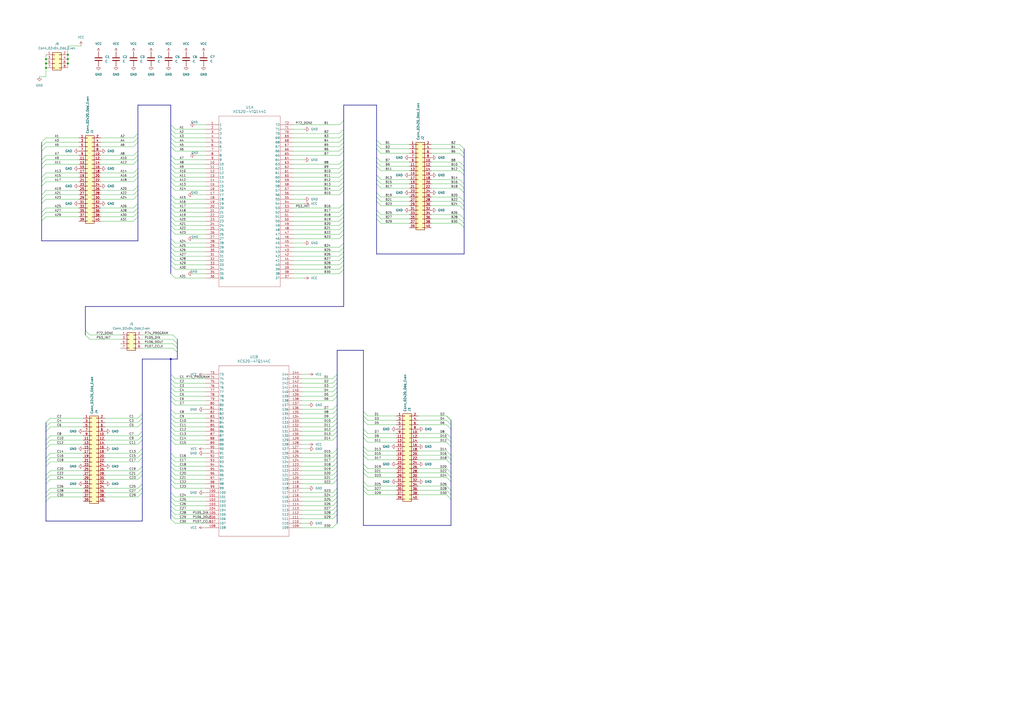
<source format=kicad_sch>
(kicad_sch (version 20231120) (generator "eeschema") (generator_version "8.0")
  (paper "A2")
  (junction (at 39.37 34.29))
  (junction (at 26.67 36.83))
  (junction (at 99.06 208.28))
  (junction (at 26.67 39.37))
  (junction (at 26.67 34.29))
  (junction (at 39.37 36.83))
  (junction (at 39.37 31.75))
  (bus_entry (at 99.06 115.57) (size 2.54 2.54))
  (bus_entry (at 193.04 255.27) (size 2.54 -2.54))
  (bus_entry (at 100.33 196.85) (size 2.54 2.54))
  (bus_entry (at 196.85 128.27) (size 2.54 -2.54))
  (bus_entry (at 193.04 265.43) (size 2.54 -2.54))
  (bus_entry (at 99.06 148.59) (size 2.54 2.54))
  (bus_entry (at 99.06 227.33) (size 2.54 2.54))
  (bus_entry (at 218.44 86.36) (size 2.54 2.54))
  (bus_entry (at 99.06 229.87) (size 2.54 2.54))
  (bus_entry (at 77.47 85.09) (size 2.54 -2.54))
  (bus_entry (at 196.85 80.01) (size 2.54 -2.54))
  (bus_entry (at 24.13 95.25) (size 2.54 -2.54))
  (bus_entry (at 193.04 219.71) (size 2.54 -2.54))
  (bus_entry (at 193.04 252.73) (size 2.54 -2.54))
  (bus_entry (at 259.08 264.16) (size 2.54 2.54))
  (bus_entry (at 210.82 271.78) (size 2.54 2.54))
  (bus_entry (at 99.06 285.75) (size 2.54 2.54))
  (bus_entry (at 196.85 125.73) (size 2.54 -2.54))
  (bus_entry (at 99.06 113.03) (size 2.54 2.54))
  (bus_entry (at 196.85 97.79) (size 2.54 -2.54))
  (bus_entry (at 210.82 238.76) (size 2.54 2.54))
  (bus_entry (at 24.13 102.87) (size 2.54 -2.54))
  (bus_entry (at 77.47 102.87) (size 2.54 -2.54))
  (bus_entry (at 80.01 273.05) (size 2.54 -2.54))
  (bus_entry (at 77.47 100.33) (size 2.54 -2.54))
  (bus_entry (at 193.04 229.87) (size 2.54 -2.54))
  (bus_entry (at 259.08 281.94) (size 2.54 2.54))
  (bus_entry (at 77.47 123.19) (size 2.54 -2.54))
  (bus_entry (at 99.06 298.45) (size 2.54 2.54))
  (bus_entry (at 218.44 106.68) (size 2.54 2.54))
  (bus_entry (at 266.7 109.22) (size 2.54 2.54))
  (bus_entry (at 99.06 100.33) (size 2.54 2.54))
  (bus_entry (at 196.85 85.09) (size 2.54 -2.54))
  (bus_entry (at 24.13 105.41) (size 2.54 -2.54))
  (bus_entry (at 77.47 90.17) (size 2.54 -2.54))
  (bus_entry (at 193.04 247.65) (size 2.54 -2.54))
  (bus_entry (at 210.82 241.3) (size 2.54 2.54))
  (bus_entry (at 218.44 96.52) (size 2.54 2.54))
  (bus_entry (at 259.0562 243.84) (size 2.54 2.54))
  (bus_entry (at 99.06 267.97) (size 2.54 2.54))
  (bus_entry (at 193.04 288.29) (size 2.54 -2.54))
  (bus_entry (at 196.85 138.43) (size 2.54 -2.54))
  (bus_entry (at 100.33 199.39) (size 2.54 2.54))
  (bus_entry (at 26.67 288.29) (size 2.54 -2.54))
  (bus_entry (at 80.01 255.27) (size 2.54 -2.54))
  (bus_entry (at 49.53 191.77) (size 2.54 2.54))
  (bus_entry (at 99.06 265.43) (size 2.54 2.54))
  (bus_entry (at 259.08 261.62) (size 2.54 2.54))
  (bus_entry (at 99.06 146.05) (size 2.54 2.54))
  (bus_entry (at 80.01 288.29) (size 2.54 -2.54))
  (bus_entry (at 99.06 290.83) (size 2.54 2.54))
  (bus_entry (at 99.06 219.71) (size 2.54 2.54))
  (bus_entry (at 196.85 151.13) (size 2.54 -2.54))
  (bus_entry (at 196.85 113.03) (size 2.54 -2.54))
  (bus_entry (at 77.47 82.55) (size 2.54 -2.54))
  (bus_entry (at 77.47 80.01) (size 2.54 -2.54))
  (bus_entry (at 80.01 252.73) (size 2.54 -2.54))
  (bus_entry (at 193.04 242.57) (size 2.54 -2.54))
  (bus_entry (at 100.33 194.31) (size 2.54 2.54))
  (bus_entry (at 193.04 237.49) (size 2.54 -2.54))
  (bus_entry (at 259.08 241.3) (size 2.54 2.54))
  (bus_entry (at 218.44 101.6) (size 2.54 2.54))
  (bus_entry (at 259.08 266.7) (size 2.54 2.54))
  (bus_entry (at 77.47 110.49) (size 2.54 -2.54))
  (bus_entry (at 193.04 300.99) (size 2.54 -2.54))
  (bus_entry (at 99.06 232.41) (size 2.54 2.54))
  (bus_entry (at 218.44 81.28) (size 2.54 2.54))
  (bus_entry (at 77.47 105.41) (size 2.54 -2.54))
  (bus_entry (at 99.06 74.93) (size 2.54 2.54))
  (bus_entry (at 99.06 273.05) (size 2.54 2.54))
  (bus_entry (at 196.85 110.49) (size 2.54 -2.54))
  (bus_entry (at 193.04 298.45) (size 2.54 -2.54))
  (bus_entry (at 24.13 115.57) (size 2.54 -2.54))
  (bus_entry (at 77.47 115.57) (size 2.54 -2.54))
  (bus_entry (at 218.44 116.84) (size 2.54 2.54))
  (bus_entry (at 80.01 267.97) (size 2.54 -2.54))
  (bus_entry (at 80.01 265.43) (size 2.54 -2.54))
  (bus_entry (at 218.44 91.44) (size 2.54 2.54))
  (bus_entry (at 266.7 124.46) (size 2.54 2.54))
  (bus_entry (at 99.06 123.19) (size 2.54 2.54))
  (bus_entry (at 210.82 264.16) (size 2.54 2.54))
  (bus_entry (at 77.47 95.25) (size 2.54 -2.54))
  (bus_entry (at 80.01 278.13) (size 2.54 -2.54))
  (bus_entry (at 266.7 88.9) (size 2.54 2.54))
  (bus_entry (at 259.08 284.48) (size 2.54 2.54))
  (bus_entry (at 99.06 130.81) (size 2.54 2.54))
  (bus_entry (at 99.06 300.99) (size 2.54 2.54))
  (bus_entry (at 259.08 256.54) (size 2.54 2.54))
  (bus_entry (at 193.04 293.37) (size 2.54 -2.54))
  (bus_entry (at 99.06 222.25) (size 2.54 2.54))
  (bus_entry (at 80.01 257.81) (size 2.54 -2.54))
  (bus_entry (at 218.44 127) (size 2.54 2.54))
  (bus_entry (at 26.67 265.43) (size 2.54 -2.54))
  (bus_entry (at 193.04 278.13) (size 2.54 -2.54))
  (bus_entry (at 196.85 95.25) (size 2.54 -2.54))
  (bus_entry (at 196.85 107.95) (size 2.54 -2.54))
  (bus_entry (at 99.06 252.73) (size 2.54 2.54))
  (bus_entry (at 259.08 246.38) (size 2.54 2.54))
  (bus_entry (at 99.06 118.11) (size 2.54 2.54))
  (bus_entry (at 80.01 285.75) (size 2.54 -2.54))
  (bus_entry (at 80.01 245.11) (size 2.54 -2.54))
  (bus_entry (at 266.7 114.3) (size 2.54 2.54))
  (bus_entry (at 193.04 224.79) (size 2.54 -2.54))
  (bus_entry (at 218.44 124.46) (size 2.54 2.54))
  (bus_entry (at 218.44 111.76) (size 2.54 2.54))
  (bus_entry (at 99.06 242.57) (size 2.54 2.54))
  (bus_entry (at 80.01 262.89) (size 2.54 -2.54))
  (bus_entry (at 99.06 153.67) (size 2.54 2.54))
  (bus_entry (at 193.04 306.07) (size 2.54 -2.54))
  (bus_entry (at 99.06 125.73) (size 2.54 2.54))
  (bus_entry (at 259.08 271.78) (size 2.54 2.54))
  (bus_entry (at 99.06 255.27) (size 2.54 2.54))
  (bus_entry (at 196.85 102.87) (size 2.54 -2.54))
  (bus_entry (at 193.04 227.33) (size 2.54 -2.54))
  (bus_entry (at 196.85 87.63) (size 2.54 -2.54))
  (bus_entry (at 210.82 248.92) (size 2.54 2.54))
  (bus_entry (at 259.08 274.32) (size 2.54 2.54))
  (bus_entry (at 99.06 128.27) (size 2.54 2.54))
  (bus_entry (at 24.13 87.63) (size 2.54 -2.54))
  (bus_entry (at 193.04 295.91) (size 2.54 -2.54))
  (bus_entry (at 24.13 123.19) (size 2.54 -2.54))
  (bus_entry (at 24.13 128.27) (size 2.54 -2.54))
  (bus_entry (at 196.85 135.89) (size 2.54 -2.54))
  (bus_entry (at 24.13 92.71) (size 2.54 -2.54))
  (bus_entry (at 26.67 278.13) (size 2.54 -2.54))
  (bus_entry (at 99.06 120.65) (size 2.54 2.54))
  (bus_entry (at 266.7 99.06) (size 2.54 2.54))
  (bus_entry (at 196.85 82.55) (size 2.54 -2.54))
  (bus_entry (at 266.7 129.54) (size 2.54 2.54))
  (bus_entry (at 77.47 125.73) (size 2.54 -2.54))
  (bus_entry (at 99.06 95.25) (size 2.54 2.54))
  (bus_entry (at 196.85 120.65) (size 2.54 -2.54))
  (bus_entry (at 196.85 158.75) (size 2.54 -2.54))
  (bus_entry (at 24.13 82.55) (size 2.54 -2.54))
  (bus_entry (at 196.85 90.17) (size 2.54 -2.54))
  (bus_entry (at 210.82 254) (size 2.54 2.54))
  (bus_entry (at 266.7 83.82) (size 2.54 2.54))
  (bus_entry (at 24.13 118.11) (size 2.54 -2.54))
  (bus_entry (at 77.47 128.27) (size 2.54 -2.54))
  (bus_entry (at 99.06 278.13) (size 2.54 2.54))
  (bus_entry (at 99.06 140.97) (size 2.54 2.54))
  (bus_entry (at 99.06 262.89) (size 2.54 2.54))
  (bus_entry (at 193.04 285.75) (size 2.54 -2.54))
  (bus_entry (at 218.44 121.92) (size 2.54 2.54))
  (bus_entry (at 196.85 133.35) (size 2.54 -2.54))
  (bus_entry (at 259.08 287.02) (size 2.54 2.54))
  (bus_entry (at 259.08 276.86) (size 2.54 2.54))
  (bus_entry (at 99.06 138.43) (size 2.54 2.54))
  (bus_entry (at 99.06 85.09) (size 2.54 2.54))
  (bus_entry (at 99.06 72.39) (size 2.54 2.54))
  (bus_entry (at 193.04 250.19) (size 2.54 -2.54))
  (bus_entry (at 99.06 270.51) (size 2.54 2.54))
  (bus_entry (at 24.13 125.73) (size 2.54 -2.54))
  (bus_entry (at 99.06 143.51) (size 2.54 2.54))
  (bus_entry (at 196.85 148.59) (size 2.54 -2.54))
  (bus_entry (at 193.04 245.11) (size 2.54 -2.54))
  (bus_entry (at 196.85 123.19) (size 2.54 -2.54))
  (bus_entry (at 80.01 283.21) (size 2.54 -2.54))
  (bus_entry (at 266.7 86.36) (size 2.54 2.54))
  (bus_entry (at 26.67 267.97) (size 2.54 -2.54))
  (bus_entry (at 259.08 251.46) (size 2.54 2.54))
  (bus_entry (at 100.33 201.93) (size 2.54 2.54))
  (bus_entry (at 26.67 250.19) (size 2.54 -2.54))
  (bus_entry (at 99.06 237.49) (size 2.54 2.54))
  (bus_entry (at 26.67 260.35) (size 2.54 -2.54))
  (bus_entry (at 26.67 275.59) (size 2.54 -2.54))
  (bus_entry (at 193.04 240.03) (size 2.54 -2.54))
  (bus_entry (at 99.06 97.79) (size 2.54 2.54))
  (bus_entry (at 210.82 259.08) (size 2.54 2.54))
  (bus_entry (at 24.13 97.79) (size 2.54 -2.54))
  (bus_entry (at 196.85 130.81) (size 2.54 -2.54))
  (bus_entry (at 266.7 127) (size 2.54 2.54))
  (bus_entry (at 218.44 93.98) (size 2.54 2.54))
  (bus_entry (at 24.13 85.09) (size 2.54 -2.54))
  (bus_entry (at 99.06 293.37) (size 2.54 2.54))
  (bus_entry (at 266.7 104.14) (size 2.54 2.54))
  (bus_entry (at 210.82 269.24) (size 2.54 2.54))
  (bus_entry (at 26.67 290.83) (size 2.54 -2.54))
  (bus_entry (at 80.01 242.57) (size 2.54 -2.54))
  (bus_entry (at 266.7 93.98) (size 2.54 2.54))
  (bus_entry (at 77.47 120.65) (size 2.54 -2.54))
  (bus_entry (at 99.06 275.59) (size 2.54 2.54))
  (bus_entry (at 99.06 245.11) (size 2.54 2.54))
  (bus_entry (at 196.85 153.67) (size 2.54 -2.54))
  (bus_entry (at 99.06 224.79) (size 2.54 2.54))
  (bus_entry (at 259.08 254) (size 2.54 2.54))
  (bus_entry (at 218.44 114.3) (size 2.54 2.54))
  (bus_entry (at 193.04 222.25) (size 2.54 -2.54))
  (bus_entry (at 196.85 77.47) (size 2.54 -2.54))
  (bus_entry (at 193.04 232.41) (size 2.54 -2.54))
  (bus_entry (at 99.06 247.65) (size 2.54 2.54))
  (bus_entry (at 210.82 261.62) (size 2.54 2.54))
  (bus_entry (at 26.67 270.51) (size 2.54 -2.54))
  (bus_entry (at 26.67 247.65) (size 2.54 -2.54))
  (bus_entry (at 99.06 158.75) (size 2.54 2.54))
  (bus_entry (at 196.85 72.39) (size 2.54 -2.54))
  (bus_entry (at 26.67 257.81) (size 2.54 -2.54))
  (bus_entry (at 193.04 262.89) (size 2.54 -2.54))
  (bus_entry (at 99.06 92.71) (size 2.54 2.54))
  (bus_entry (at 193.04 280.67) (size 2.54 -2.54))
  (bus_entry (at 99.06 217.17) (size 2.54 2.54))
  (bus_entry (at 99.06 77.47) (size 2.54 2.54))
  (bus_entry (at 210.82 281.94) (size 2.54 2.54))
  (bus_entry (at 99.06 151.13) (size 2.54 2.54))
  (bus_entry (at 210.82 279.4) (size 2.54 2.54))
  (bus_entry (at 77.47 113.03) (size 2.54 -2.54))
  (bus_entry (at 196.85 100.33) (size 2.54 -2.54))
  (bus_entry (at 77.47 92.71) (size 2.54 -2.54))
  (bus_entry (at 99.06 295.91) (size 2.54 2.54))
  (bus_entry (at 24.13 113.03) (size 2.54 -2.54))
  (bus_entry (at 99.06 90.17) (size 2.54 2.54))
  (bus_entry (at 80.01 275.59) (size 2.54 -2.54))
  (bus_entry (at 99.06 240.03) (size 2.54 2.54))
  (bus_entry (at 193.04 275.59) (size 2.54 -2.54))
  (bus_entry (at 26.67 255.27) (size 2.54 -2.54))
  (bus_entry (at 99.06 102.87) (size 2.54 2.54))
  (bus_entry (at 266.7 119.38) (size 2.54 2.54))
  (bus_entry (at 99.06 107.95) (size 2.54 2.54))
  (bus_entry (at 99.06 280.67) (size 2.54 2.54))
  (bus_entry (at 26.67 285.75) (size 2.54 -2.54))
  (bus_entry (at 266.7 116.84) (size 2.54 2.54))
  (bus_entry (at 99.06 105.41) (size 2.54 2.54))
  (bus_entry (at 218.44 104.14) (size 2.54 2.54))
  (bus_entry (at 193.04 267.97) (size 2.54 -2.54))
  (bus_entry (at 196.85 143.51) (size 2.54 -2.54))
  (bus_entry (at 210.82 243.84) (size 2.54 2.54))
  (bus_entry (at 196.85 105.41) (size 2.54 -2.54))
  (bus_entry (at 266.7 96.52) (size 2.54 2.54))
  (bus_entry (at 259.08 241.3) (size 2.54 2.54))
  (bus_entry (at 196.85 156.21) (size 2.54 -2.54))
  (bus_entry (at 49.53 194.31) (size 2.54 2.54))
  (bus_entry (at 196.85 146.05) (size 2.54 -2.54))
  (bus_entry (at 193.04 273.05) (size 2.54 -2.54))
  (bus_entry (at 193.04 270.51) (size 2.54 -2.54))
  (bus_entry (at 99.06 288.29) (size 2.54 2.54))
  (bus_entry (at 210.82 274.32) (size 2.54 2.54))
  (bus_entry (at 26.67 245.11) (size 2.54 -2.54))
  (bus_entry (at 266.7 106.68) (size 2.54 2.54))
  (bus_entry (at 218.44 83.82) (size 2.54 2.54))
  (bus_entry (at 99.06 133.35) (size 2.54 2.54))
  (bus_entry (at 210.82 284.48) (size 2.54 2.54))
  (bus_entry (at 99.06 250.19) (size 2.54 2.54))
  (bus_entry (at 210.82 251.46) (size 2.54 2.54))
  (bus_entry (at 193.04 290.83) (size 2.54 -2.54))
  (bus_entry (at 99.06 82.55) (size 2.54 2.54))
  (bus_entry (at 26.67 280.67) (size 2.54 -2.54))
  (bus_entry (at 24.13 107.95) (size 2.54 -2.54))
  (bus_entry (at 80.01 247.65) (size 2.54 -2.54))
  (bus_entry (at 99.06 80.01) (size 2.54 2.54))
  (bus (pts (xy 199.39 140.97) (xy 199.39 143.51)))
  (bus (pts (xy 99.06 229.87) (xy 99.06 227.33)))
  (bus (pts (xy 199.39 85.09) (xy 199.39 87.63)))
  (bus (pts (xy 269.24 127) (xy 269.24 129.54)))
  (wire (pts (xy 45.72 120.65) (xy 26.67 120.65)))
  (bus (pts (xy 80.01 82.55) (xy 80.01 80.01)))
  (wire (pts (xy 250.19 88.9) (xy 266.7 88.9)))
  (wire (pts (xy 48.26 273.05) (xy 29.21 273.05)))
  (bus (pts (xy 269.24 91.44) (xy 269.24 96.52)))
  (bus (pts (xy 82.55 242.57) (xy 82.55 245.11)))
  (bus (pts (xy 82.55 255.27) (xy 82.55 252.73)))
  (bus (pts (xy 80.01 87.63) (xy 80.01 82.55)))
  (bus (pts (xy 195.58 234.95) (xy 195.58 229.87)))
  (bus (pts (xy 195.58 252.73) (xy 195.58 250.19)))
  (wire (pts (xy 80.01 262.89) (xy 60.96 262.89)))
  (bus (pts (xy 99.06 115.57) (xy 99.06 113.03)))
  (bus (pts (xy 195.58 250.19) (xy 195.58 247.65)))
  (bus (pts (xy 99.06 60.96) (xy 80.01 60.96)))
  (wire (pts (xy 175.26 300.99) (xy 193.04 300.99)))
  (bus (pts (xy 261.62 259.08) (xy 261.62 264.16)))
  (wire (pts (xy 250.19 86.36) (xy 266.7 86.36)))
  (wire (pts (xy 77.47 100.33) (xy 58.42 100.33)))
  (wire (pts (xy 170.18 120.65) (xy 196.85 120.65)))
  (bus (pts (xy 99.06 278.13) (xy 99.06 275.59)))
  (bus (pts (xy 269.24 99.06) (xy 269.24 101.6)))
  (wire (pts (xy 101.6 298.45) (xy 119.38 298.45)))
  (bus (pts (xy 99.06 247.65) (xy 99.06 245.11)))
  (bus (pts (xy 99.06 293.37) (xy 99.06 290.83)))
  (wire (pts (xy 101.6 128.27) (xy 119.38 128.27)))
  (wire (pts (xy 175.26 278.13) (xy 193.04 278.13)))
  (bus (pts (xy 26.67 255.27) (xy 26.67 250.19)))
  (bus (pts (xy 269.24 121.92) (xy 269.24 127)))
  (wire (pts (xy 80.01 285.75) (xy 60.96 285.75)))
  (wire (pts (xy 39.37 26.67) (xy 39.37 31.75)))
  (bus (pts (xy 82.55 273.05) (xy 82.55 270.51)))
  (wire (pts (xy 170.18 85.09) (xy 196.85 85.09)))
  (bus (pts (xy 49.53 191.77) (xy 49.53 194.31)))
  (bus (pts (xy 24.13 107.95) (xy 24.13 105.41)))
  (wire (pts (xy 39.37 36.83) (xy 39.37 39.37)))
  (bus (pts (xy 24.13 97.79) (xy 24.13 95.25)))
  (wire (pts (xy 101.6 74.93) (xy 119.38 74.93)))
  (wire (pts (xy 26.67 31.75) (xy 26.67 34.29)))
  (wire (pts (xy 113.03 90.17) (xy 119.38 90.17)))
  (wire (pts (xy 80.01 252.73) (xy 60.96 252.73)))
  (bus (pts (xy 210.82 248.92) (xy 210.82 251.46)))
  (wire (pts (xy 101.6 265.43) (xy 119.38 265.43)))
  (bus (pts (xy 80.01 60.96) (xy 80.01 77.47)))
  (wire (pts (xy 175.26 270.51) (xy 193.04 270.51)))
  (wire (pts (xy 220.98 106.68) (xy 237.49 106.68)))
  (wire (pts (xy 101.6 240.03) (xy 119.38 240.03)))
  (wire (pts (xy 101.6 293.37) (xy 119.38 293.37)))
  (wire (pts (xy 213.36 256.54) (xy 229.87 256.54)))
  (wire (pts (xy 101.6 224.79) (xy 119.38 224.79)))
  (wire (pts (xy 80.01 265.43) (xy 60.96 265.43)))
  (bus (pts (xy 26.67 278.13) (xy 26.67 275.59)))
  (bus (pts (xy 80.01 90.17) (xy 80.01 87.63)))
  (wire (pts (xy 250.19 96.52) (xy 266.7 96.52)))
  (bus (pts (xy 99.06 148.59) (xy 99.06 146.05)))
  (wire (pts (xy 45.72 125.73) (xy 26.67 125.73)))
  (bus (pts (xy 218.44 83.82) (xy 218.44 86.36)))
  (wire (pts (xy 220.98 99.06) (xy 237.49 99.06)))
  (bus (pts (xy 199.39 77.47) (xy 199.39 80.01)))
  (bus (pts (xy 80.01 120.65) (xy 80.01 118.11)))
  (wire (pts (xy 48.26 252.73) (xy 29.21 252.73)))
  (bus (pts (xy 199.39 151.13) (xy 199.39 153.67)))
  (wire (pts (xy 213.36 254) (xy 229.87 254)))
  (bus (pts (xy 99.06 280.67) (xy 99.06 285.75)))
  (wire (pts (xy 118.11 285.75) (xy 119.38 285.75)))
  (wire (pts (xy 101.6 87.63) (xy 119.38 87.63)))
  (wire (pts (xy 250.19 127) (xy 266.7 127)))
  (bus (pts (xy 269.24 96.52) (xy 269.24 99.06)))
  (wire (pts (xy 101.6 161.29) (xy 119.38 161.29)))
  (wire (pts (xy 101.6 242.57) (xy 119.38 242.57)))
  (bus (pts (xy 80.01 139.7) (xy 24.13 139.7)))
  (wire (pts (xy 60.96 288.29) (xy 80.01 288.29)))
  (wire (pts (xy 77.47 85.09) (xy 58.42 85.09)))
  (wire (pts (xy 101.6 135.89) (xy 119.38 135.89)))
  (wire (pts (xy 170.18 140.97) (xy 176.53 140.97)))
  (wire (pts (xy 101.6 245.11) (xy 119.38 245.11)))
  (wire (pts (xy 250.19 124.46) (xy 266.7 124.46)))
  (wire (pts (xy 45.72 92.71) (xy 26.67 92.71)))
  (bus (pts (xy 195.58 298.45) (xy 195.58 295.91)))
  (bus (pts (xy 99.06 208.28) (xy 99.06 217.17)))
  (bus (pts (xy 199.39 177.8) (xy 199.39 156.21)))
  (wire (pts (xy 80.01 242.57) (xy 60.96 242.57)))
  (wire (pts (xy 175.26 224.79) (xy 193.04 224.79)))
  (bus (pts (xy 26.67 270.51) (xy 26.67 267.97)))
  (bus (pts (xy 199.39 97.79) (xy 199.39 100.33)))
  (bus (pts (xy 99.06 227.33) (xy 99.06 224.79)))
  (bus (pts (xy 24.13 87.63) (xy 24.13 85.09)))
  (wire (pts (xy 48.26 262.89) (xy 29.21 262.89)))
  (wire (pts (xy 22.86 44.45) (xy 26.67 44.45)))
  (wire (pts (xy 175.26 290.83) (xy 193.04 290.83)))
  (wire (pts (xy 113.03 72.39) (xy 119.38 72.39)))
  (bus (pts (xy 218.44 121.92) (xy 218.44 124.46)))
  (wire (pts (xy 101.6 280.67) (xy 119.38 280.67)))
  (wire (pts (xy 170.18 105.41) (xy 196.85 105.41)))
  (bus (pts (xy 99.06 245.11) (xy 99.06 242.57)))
  (wire (pts (xy 213.36 284.48) (xy 229.87 284.48)))
  (bus (pts (xy 210.82 264.16) (xy 210.82 269.24)))
  (bus (pts (xy 210.82 251.46) (xy 210.82 254)))
  (bus (pts (xy 99.06 90.17) (xy 99.06 85.09)))
  (wire (pts (xy 45.72 105.41) (xy 26.67 105.41)))
  (wire (pts (xy 220.98 116.84) (xy 237.49 116.84)))
  (bus (pts (xy 24.13 123.19) (xy 24.13 118.11)))
  (bus (pts (xy 24.13 105.41) (xy 24.13 102.87)))
  (wire (pts (xy 52.07 194.31) (xy 69.85 194.31)))
  (wire (pts (xy 80.01 255.27) (xy 60.96 255.27)))
  (bus (pts (xy 261.62 304.8) (xy 210.82 304.8)))
  (bus (pts (xy 199.39 74.93) (xy 199.39 77.47)))
  (wire (pts (xy 242.57 281.94) (xy 259.08 281.94)))
  (wire (pts (xy 101.6 146.05) (xy 119.38 146.05)))
  (wire (pts (xy 170.18 110.49) (xy 196.85 110.49)))
  (bus (pts (xy 99.06 275.59) (xy 99.06 273.05)))
  (bus (pts (xy 82.55 250.19) (xy 82.55 245.11)))
  (wire (pts (xy 220.98 127) (xy 237.49 127)))
  (wire (pts (xy 80.01 267.97) (xy 60.96 267.97)))
  (bus (pts (xy 199.39 95.25) (xy 199.39 97.79)))
  (wire (pts (xy 45.72 80.01) (xy 26.67 80.01)))
  (bus (pts (xy 99.06 92.71) (xy 99.06 90.17)))
  (wire (pts (xy 170.18 118.11) (xy 176.53 118.11)))
  (wire (pts (xy 101.6 283.21) (xy 119.38 283.21)))
  (bus (pts (xy 195.58 222.25) (xy 195.58 219.71)))
  (bus (pts (xy 26.67 280.67) (xy 26.67 278.13)))
  (wire (pts (xy 175.26 255.27) (xy 193.04 255.27)))
  (wire (pts (xy 220.98 104.14) (xy 237.49 104.14)))
  (wire (pts (xy 48.26 257.81) (xy 29.21 257.81)))
  (wire (pts (xy 175.26 275.59) (xy 193.04 275.59)))
  (bus (pts (xy 261.62 276.86) (xy 261.62 279.4)))
  (wire (pts (xy 220.98 109.22) (xy 237.49 109.22)))
  (wire (pts (xy 220.98 93.98) (xy 237.49 93.98)))
  (wire (pts (xy 170.18 148.59) (xy 196.85 148.59)))
  (bus (pts (xy 80.01 125.73) (xy 80.01 139.7)))
  (wire (pts (xy 175.26 219.71) (xy 193.04 219.71)))
  (bus (pts (xy 99.06 138.43) (xy 99.06 133.35)))
  (wire (pts (xy 220.98 86.36) (xy 237.49 86.36)))
  (wire (pts (xy 101.6 107.95) (xy 119.38 107.95)))
  (wire (pts (xy 77.47 110.49) (xy 58.42 110.49)))
  (bus (pts (xy 210.82 269.24) (xy 210.82 271.78)))
  (wire (pts (xy 242.57 261.62) (xy 259.08 261.62)))
  (bus (pts (xy 199.39 80.01) (xy 199.39 82.55)))
  (bus (pts (xy 269.24 132.08) (xy 269.24 147.32)))
  (bus (pts (xy 99.06 151.13) (xy 99.06 148.59)))
  (wire (pts (xy 242.57 284.48) (xy 259.08 284.48)))
  (bus (pts (xy 80.01 100.33) (xy 80.01 97.79)))
  (bus (pts (xy 99.06 140.97) (xy 99.06 138.43)))
  (wire (pts (xy 220.98 129.54) (xy 237.49 129.54)))
  (bus (pts (xy 99.06 288.29) (xy 99.06 285.75)))
  (wire (pts (xy 250.19 119.38) (xy 266.7 119.38)))
  (wire (pts (xy 101.6 95.25) (xy 119.38 95.25)))
  (bus (pts (xy 99.06 265.43) (xy 99.06 262.89)))
  (wire (pts (xy 101.6 133.35) (xy 119.38 133.35)))
  (wire (pts (xy 220.98 124.46) (xy 237.49 124.46)))
  (wire (pts (xy 82.55 199.39) (xy 100.33 199.39)))
  (bus (pts (xy 24.13 118.11) (xy 24.13 115.57)))
  (bus (pts (xy 195.58 265.43) (xy 195.58 262.89)))
  (bus (pts (xy 99.06 240.03) (xy 99.06 237.49)))
  (bus (pts (xy 99.06 80.01) (xy 99.06 77.47)))
  (wire (pts (xy 170.18 72.39) (xy 196.85 72.39)))
  (wire (pts (xy 213.36 251.46) (xy 229.87 251.46)))
  (wire (pts (xy 170.18 125.73) (xy 196.85 125.73)))
  (bus (pts (xy 210.82 241.3) (xy 210.82 243.84)))
  (bus (pts (xy 99.06 107.95) (xy 99.06 105.41)))
  (bus (pts (xy 195.58 240.03) (xy 195.58 237.49)))
  (wire (pts (xy 45.72 113.03) (xy 26.67 113.03)))
  (bus (pts (xy 99.06 100.33) (xy 99.06 97.79)))
  (bus (pts (xy 195.58 273.05) (xy 195.58 270.51)))
  (bus (pts (xy 210.82 274.32) (xy 210.82 279.4)))
  (bus (pts (xy 218.44 60.96) (xy 199.39 60.96)))
  (bus (pts (xy 218.44 86.36) (xy 218.44 91.44)))
  (bus (pts (xy 99.06 143.51) (xy 99.06 140.97)))
  (bus (pts (xy 24.13 92.71) (xy 24.13 87.63)))
  (wire (pts (xy 170.18 133.35) (xy 196.85 133.35)))
  (wire (pts (xy 48.26 267.97) (xy 29.21 267.97)))
  (bus (pts (xy 99.06 125.73) (xy 99.06 123.19)))
  (bus (pts (xy 261.62 287.02) (xy 261.62 289.56)))
  (wire (pts (xy 101.6 270.51) (xy 119.38 270.51)))
  (wire (pts (xy 101.6 303.53) (xy 119.38 303.53)))
  (bus (pts (xy 199.39 130.81) (xy 199.39 133.35)))
  (bus (pts (xy 210.82 254) (xy 210.82 259.08)))
  (bus (pts (xy 199.39 125.73) (xy 199.39 128.27)))
  (wire (pts (xy 77.47 113.03) (xy 58.42 113.03)))
  (wire (pts (xy 220.98 88.9) (xy 237.49 88.9)))
  (bus (pts (xy 82.55 208.28) (xy 82.55 240.03)))
  (wire (pts (xy 77.47 125.73) (xy 58.42 125.73)))
  (wire (pts (xy 170.18 128.27) (xy 196.85 128.27)))
  (bus (pts (xy 80.01 102.87) (xy 80.01 100.33)))
  (bus (pts (xy 82.55 283.21) (xy 82.55 280.67)))
  (wire (pts (xy 170.18 143.51) (xy 196.85 143.51)))
  (bus (pts (xy 195.58 290.83) (xy 195.58 288.29)))
  (bus (pts (xy 261.62 284.48) (xy 261.62 287.02)))
  (bus (pts (xy 99.06 252.73) (xy 99.06 250.19)))
  (bus (pts (xy 99.06 242.57) (xy 99.06 240.03)))
  (wire (pts (xy 170.18 138.43) (xy 196.85 138.43)))
  (bus (pts (xy 210.82 203.2) (xy 210.82 238.76)))
  (wire (pts (xy 111.76 113.03) (xy 119.38 113.03)))
  (wire (pts (xy 175.26 217.17) (xy 179.07 217.17)))
  (wire (pts (xy 242.57 241.3) (xy 259.08 241.3)))
  (bus (pts (xy 80.01 92.71) (xy 80.01 90.17)))
  (wire (pts (xy 101.6 143.51) (xy 119.38 143.51)))
  (wire (pts (xy 26.67 39.37) (xy 26.67 44.45)))
  (wire (pts (xy 175.26 232.41) (xy 193.04 232.41)))
  (bus (pts (xy 80.01 125.73) (xy 80.01 123.19)))
  (bus (pts (xy 269.24 86.36) (xy 269.24 88.9)))
  (bus (pts (xy 195.58 219.71) (xy 195.58 217.17)))
  (wire (pts (xy 77.47 92.71) (xy 58.42 92.71)))
  (wire (pts (xy 170.18 158.75) (xy 196.85 158.75)))
  (bus (pts (xy 218.44 111.76) (xy 218.44 114.3)))
  (wire (pts (xy 242.57 264.16) (xy 259.08 264.16)))
  (wire (pts (xy 242.57 274.32) (xy 259.08 274.32)))
  (bus (pts (xy 99.06 133.35) (xy 99.06 130.81)))
  (bus (pts (xy 269.24 88.9) (xy 269.24 91.44)))
  (bus (pts (xy 99.06 300.99) (xy 99.06 298.45)))
  (bus (pts (xy 210.82 243.84) (xy 210.82 248.92)))
  (wire (pts (xy 77.47 82.55) (xy 58.42 82.55)))
  (bus (pts (xy 261.62 279.4) (xy 261.62 284.48)))
  (bus (pts (xy 99.06 208.28) (xy 82.55 208.28)))
  (wire (pts (xy 80.01 247.65) (xy 60.96 247.65)))
  (wire (pts (xy 250.19 114.3) (xy 266.7 114.3)))
  (bus (pts (xy 80.01 77.47) (xy 80.01 80.01)))
  (wire (pts (xy 101.6 151.13) (xy 119.38 151.13)))
  (wire (pts (xy 175.26 222.25) (xy 193.04 222.25)))
  (wire (pts (xy 101.6 222.25) (xy 119.38 222.25)))
  (bus (pts (xy 24.13 128.27) (xy 24.13 139.7)))
  (wire (pts (xy 213.36 246.38) (xy 229.87 246.38)))
  (wire (pts (xy 39.37 26.67) (xy 46.99 26.67)))
  (wire (pts (xy 101.6 120.65) (xy 119.38 120.65)))
  (wire (pts (xy 213.36 276.86) (xy 229.87 276.86)))
  (wire (pts (xy 250.19 83.82) (xy 266.7 83.82)))
  (bus (pts (xy 99.06 280.67) (xy 99.06 278.13)))
  (wire (pts (xy 101.6 110.49) (xy 119.38 110.49)))
  (bus (pts (xy 99.06 102.87) (xy 99.06 100.33)))
  (bus (pts (xy 269.24 147.32) (xy 218.44 147.32)))
  (bus (pts (xy 199.39 69.85) (xy 199.39 74.93)))
  (bus (pts (xy 99.06 77.47) (xy 99.06 74.93)))
  (bus (pts (xy 99.06 120.65) (xy 99.06 118.11)))
  (bus (pts (xy 199.39 92.71) (xy 199.39 95.25)))
  (wire (pts (xy 101.6 288.29) (xy 119.38 288.29)))
  (bus (pts (xy 199.39 133.35) (xy 199.39 135.89)))
  (wire (pts (xy 101.6 92.71) (xy 119.38 92.71)))
  (bus (pts (xy 99.06 113.03) (xy 99.06 107.95)))
  (wire (pts (xy 101.6 295.91) (xy 119.38 295.91)))
  (bus (pts (xy 218.44 104.14) (xy 218.44 106.68)))
  (wire (pts (xy 45.72 82.55) (xy 26.67 82.55)))
  (wire (pts (xy 175.26 234.95) (xy 179.07 234.95)))
  (wire (pts (xy 39.37 34.29) (xy 39.37 36.83)))
  (bus (pts (xy 80.01 107.95) (xy 80.01 102.87)))
  (wire (pts (xy 170.18 135.89) (xy 196.85 135.89)))
  (wire (pts (xy 45.72 95.25) (xy 26.67 95.25)))
  (wire (pts (xy 82.55 196.85) (xy 100.33 196.85)))
  (bus (pts (xy 26.67 257.81) (xy 26.67 255.27)))
  (bus (pts (xy 199.39 110.49) (xy 199.39 118.11)))
  (bus (pts (xy 102.87 199.39) (xy 102.87 201.93)))
  (wire (pts (xy 175.26 257.81) (xy 179.07 257.81)))
  (wire (pts (xy 45.72 115.57) (xy 26.67 115.57)))
  (wire (pts (xy 101.6 85.09) (xy 119.38 85.09)))
  (wire (pts (xy 175.26 288.29) (xy 193.04 288.29)))
  (bus (pts (xy 26.67 247.65) (xy 26.67 245.11)))
  (bus (pts (xy 195.58 283.21) (xy 195.58 278.13)))
  (wire (pts (xy 242.57 243.84) (xy 259.0562 243.84)))
  (wire (pts (xy 175.26 280.67) (xy 193.04 280.67)))
  (bus (pts (xy 102.87 204.47) (xy 102.87 208.28)))
  (wire (pts (xy 77.47 120.65) (xy 58.42 120.65)))
  (wire (pts (xy 80.01 275.59) (xy 60.96 275.59)))
  (wire (pts (xy 175.26 237.49) (xy 193.04 237.49)))
  (bus (pts (xy 195.58 247.65) (xy 195.58 245.11)))
  (wire (pts (xy 101.6 232.41) (xy 119.38 232.41)))
  (wire (pts (xy 118.11 306.07) (xy 119.38 306.07)))
  (wire (pts (xy 175.26 247.65) (xy 193.04 247.65)))
  (wire (pts (xy 101.6 219.71) (xy 119.38 219.71)))
  (bus (pts (xy 218.44 83.82) (xy 218.44 81.28)))
  (bus (pts (xy 24.13 85.09) (xy 24.13 82.55)))
  (bus (pts (xy 82.55 280.67) (xy 82.55 275.59)))
  (wire (pts (xy 45.72 85.09) (xy 26.67 85.09)))
  (bus (pts (xy 195.58 260.35) (xy 195.58 252.73)))
  (bus (pts (xy 199.39 102.87) (xy 199.39 105.41)))
  (bus (pts (xy 99.06 267.97) (xy 99.06 265.43)))
  (bus (pts (xy 99.06 123.19) (xy 99.06 120.65)))
  (bus (pts (xy 199.39 135.89) (xy 199.39 140.97)))
  (bus (pts (xy 218.44 93.98) (xy 218.44 96.52)))
  (bus (pts (xy 195.58 285.75) (xy 195.58 283.21)))
  (bus (pts (xy 195.58 267.97) (xy 195.58 265.43)))
  (wire (pts (xy 77.47 80.01) (xy 58.42 80.01)))
  (bus (pts (xy 49.53 177.8) (xy 199.39 177.8)))
  (wire (pts (xy 242.57 246.38) (xy 259.08 246.38)))
  (wire (pts (xy 45.72 90.17) (xy 26.67 90.17)))
  (wire (pts (xy 170.18 95.25) (xy 196.85 95.25)))
  (bus (pts (xy 99.06 95.25) (xy 99.06 92.71)))
  (wire (pts (xy 45.72 110.49) (xy 26.67 110.49)))
  (bus (pts (xy 99.06 250.19) (xy 99.06 247.65)))
  (bus (pts (xy 218.44 91.44) (xy 218.44 93.98)))
  (bus (pts (xy 199.39 128.27) (xy 199.39 130.81)))
  (bus (pts (xy 82.55 275.59) (xy 82.55 273.05)))
  (bus (pts (xy 199.39 105.41) (xy 199.39 107.95)))
  (bus (pts (xy 218.44 106.68) (xy 218.44 111.76)))
  (wire (pts (xy 101.6 140.97) (xy 119.38 140.97)))
  (wire (pts (xy 77.47 102.87) (xy 58.42 102.87)))
  (bus (pts (xy 82.55 265.43) (xy 82.55 262.89)))
  (wire (pts (xy 213.36 264.16) (xy 229.87 264.16)))
  (bus (pts (xy 195.58 270.51) (xy 195.58 267.97)))
  (wire (pts (xy 170.18 151.13) (xy 196.85 151.13)))
  (bus (pts (xy 218.44 116.84) (xy 218.44 121.92)))
  (bus (pts (xy 199.39 120.65) (xy 199.39 123.19)))
  (bus (pts (xy 82.55 302.26) (xy 26.67 302.26)))
  (wire (pts (xy 77.47 95.25) (xy 58.42 95.25)))
  (wire (pts (xy 170.18 107.95) (xy 196.85 107.95)))
  (bus (pts (xy 195.58 229.87) (xy 195.58 227.33)))
  (wire (pts (xy 170.18 161.29) (xy 176.53 161.29)))
  (bus (pts (xy 199.39 100.33) (xy 199.39 102.87)))
  (bus (pts (xy 218.44 114.3) (xy 218.44 116.84)))
  (bus (pts (xy 269.24 109.22) (xy 269.24 111.76)))
  (bus (pts (xy 26.67 288.29) (xy 26.67 285.75)))
  (wire (pts (xy 250.19 109.22) (xy 266.7 109.22)))
  (wire (pts (xy 170.18 130.81) (xy 196.85 130.81)))
  (wire (pts (xy 175.26 252.73) (xy 193.04 252.73)))
  (wire (pts (xy 170.18 102.87) (xy 196.85 102.87)))
  (bus (pts (xy 199.39 118.11) (xy 199.39 120.65)))
  (bus (pts (xy 195.58 245.11) (xy 195.58 242.57)))
  (wire (pts (xy 118.11 262.89) (xy 119.38 262.89)))
  (bus (pts (xy 218.44 96.52) (xy 218.44 101.6)))
  (wire (pts (xy 101.6 102.87) (xy 119.38 102.87)))
  (bus (pts (xy 99.06 130.81) (xy 99.06 128.27)))
  (bus (pts (xy 199.39 146.05) (xy 199.39 148.59)))
  (bus (pts (xy 195.58 237.49) (xy 195.58 234.95)))
  (wire (pts (xy 220.98 114.3) (xy 237.49 114.3)))
  (bus (pts (xy 99.06 146.05) (xy 99.06 143.51)))
  (bus (pts (xy 26.67 275.59) (xy 26.67 270.51)))
  (bus (pts (xy 24.13 113.03) (xy 24.13 107.95)))
  (bus (pts (xy 195.58 203.2) (xy 210.82 203.2)))
  (wire (pts (xy 101.6 156.21) (xy 119.38 156.21)))
  (bus (pts (xy 82.55 240.03) (xy 82.55 242.57)))
  (wire (pts (xy 170.18 123.19) (xy 196.85 123.19)))
  (wire (pts (xy 242.57 266.7) (xy 259.08 266.7)))
  (wire (pts (xy 101.6 148.59) (xy 119.38 148.59)))
  (bus (pts (xy 218.44 124.46) (xy 218.44 127)))
  (bus (pts (xy 195.58 217.17) (xy 195.58 203.2)))
  (wire (pts (xy 250.19 99.06) (xy 266.7 99.06)))
  (bus (pts (xy 99.06 224.79) (xy 99.06 222.25)))
  (bus (pts (xy 99.06 232.41) (xy 99.06 237.49)))
  (wire (pts (xy 175.26 265.43) (xy 193.04 265.43)))
  (bus (pts (xy 99.06 298.45) (xy 99.06 295.91)))
  (wire (pts (xy 111.76 158.75) (xy 119.38 158.75)))
  (bus (pts (xy 210.82 284.48) (xy 210.82 304.8)))
  (wire (pts (xy 48.26 285.75) (xy 29.21 285.75)))
  (wire (pts (xy 111.76 138.43) (xy 119.38 138.43)))
  (wire (pts (xy 175.26 240.03) (xy 193.04 240.03)))
  (wire (pts (xy 175.26 285.75) (xy 193.04 285.75)))
  (bus (pts (xy 210.82 261.62) (xy 210.82 264.16)))
  (wire (pts (xy 175.26 298.45) (xy 193.04 298.45)))
  (bus (pts (xy 195.58 303.53) (xy 195.58 298.45)))
  (bus (pts (xy 199.39 153.67) (xy 199.39 156.21)))
  (wire (pts (xy 82.55 194.31) (xy 100.33 194.31)))
  (wire (pts (xy 77.47 115.57) (xy 58.42 115.57)))
  (wire (pts (xy 170.18 100.33) (xy 196.85 100.33)))
  (wire (pts (xy 175.26 267.97) (xy 193.04 267.97)))
  (bus (pts (xy 199.39 143.51) (xy 199.39 146.05)))
  (bus (pts (xy 26.67 285.75) (xy 26.67 280.67)))
  (bus (pts (xy 102.87 196.85) (xy 102.87 199.39)))
  (wire (pts (xy 101.6 255.27) (xy 119.38 255.27)))
  (wire (pts (xy 101.6 118.11) (xy 119.38 118.11)))
  (wire (pts (xy 175.26 303.53) (xy 179.07 303.53)))
  (wire (pts (xy 250.19 129.54) (xy 266.7 129.54)))
  (wire (pts (xy 77.47 105.41) (xy 58.42 105.41)))
  (bus (pts (xy 82.55 262.89) (xy 82.55 260.35)))
  (wire (pts (xy 170.18 97.79) (xy 196.85 97.79)))
  (bus (pts (xy 195.58 295.91) (xy 195.58 293.37)))
  (wire (pts (xy 80.01 257.81) (xy 60.96 257.81)))
  (bus (pts (xy 210.82 271.78) (xy 210.82 274.32)))
  (bus (pts (xy 269.24 106.68) (xy 269.24 109.22)))
  (wire (pts (xy 101.6 153.67) (xy 119.38 153.67)))
  (bus (pts (xy 24.13 125.73) (xy 24.13 123.19)))
  (bus (pts (xy 99.06 60.96) (xy 99.06 72.39)))
  (wire (pts (xy 26.67 34.29) (xy 26.67 36.83)))
  (wire (pts (xy 170.18 74.93) (xy 176.53 74.93)))
  (wire (pts (xy 101.6 130.81) (xy 119.38 130.81)))
  (wire (pts (xy 77.47 123.19) (xy 58.42 123.19)))
  (wire (pts (xy 101.6 278.13) (xy 119.38 278.13)))
  (wire (pts (xy 170.18 90.17) (xy 196.85 90.17)))
  (wire (pts (xy 213.36 266.7) (xy 229.87 266.7)))
  (wire (pts (xy 101.6 290.83) (xy 119.38 290.83)))
  (wire (pts (xy 101.6 123.19) (xy 119.38 123.19)))
  (bus (pts (xy 99.06 255.27) (xy 99.06 252.73)))
  (bus (pts (xy 24.13 102.87) (xy 24.13 97.79)))
  (bus (pts (xy 195.58 288.29) (xy 195.58 285.75)))
  (bus (pts (xy 99.06 255.27) (xy 99.06 262.89)))
  (bus (pts (xy 99.06 295.91) (xy 99.06 293.37)))
  (bus (pts (xy 99.06 82.55) (xy 99.06 80.01)))
  (wire (pts (xy 170.18 77.47) (xy 196.85 77.47)))
  (wire (pts (xy 242.57 287.02) (xy 259.08 287.02)))
  (bus (pts (xy 261.62 264.16) (xy 261.62 266.7)))
  (wire (pts (xy 48.26 283.21) (xy 29.21 283.21)))
  (wire (pts (xy 175.26 242.57) (xy 193.04 242.57)))
  (bus (pts (xy 218.44 127) (xy 218.44 147.32)))
  (wire (pts (xy 80.01 245.11) (xy 60.96 245.11)))
  (bus (pts (xy 261.62 254) (xy 261.62 256.54)))
  (wire (pts (xy 101.6 273.05) (xy 119.38 273.05)))
  (wire (pts (xy 175.26 295.91) (xy 193.04 295.91)))
  (bus (pts (xy 261.62 266.7) (xy 261.62 269.24)))
  (bus (pts (xy 102.87 208.28) (xy 99.06 208.28)))
  (wire (pts (xy 101.6 247.65) (xy 119.38 247.65)))
  (bus (pts (xy 195.58 275.59) (xy 195.58 273.05)))
  (wire (pts (xy 220.98 96.52) (xy 237.49 96.52)))
  (bus (pts (xy 99.06 74.93) (xy 99.06 72.39)))
  (bus (pts (xy 199.39 148.59) (xy 199.39 151.13)))
  (bus (pts (xy 99.06 153.67) (xy 99.06 151.13)))
  (wire (pts (xy 213.36 261.62) (xy 229.87 261.62)))
  (wire (pts (xy 213.36 281.94) (xy 229.87 281.94)))
  (wire (pts (xy 242.57 271.78) (xy 259.08 271.78)))
  (wire (pts (xy 52.07 196.85) (xy 69.85 196.85)))
  (wire (pts (xy 101.6 275.59) (xy 119.38 275.59)))
  (bus (pts (xy 210.82 241.3) (xy 210.82 238.76)))
  (bus (pts (xy 24.13 95.25) (xy 24.13 92.71)))
  (bus (pts (xy 82.55 285.75) (xy 82.55 302.26)))
  (wire (pts (xy 118.11 260.35) (xy 119.38 260.35)))
  (wire (pts (xy 250.19 106.68) (xy 266.7 106.68)))
  (wire (pts (xy 45.72 102.87) (xy 26.67 102.87)))
  (wire (pts (xy 48.26 242.57) (xy 29.21 242.57)))
  (bus (pts (xy 195.58 224.79) (xy 195.58 222.25)))
  (bus (pts (xy 269.24 119.38) (xy 269.24 121.92)))
  (bus (pts (xy 102.87 201.93) (xy 102.87 204.47)))
  (bus (pts (xy 80.01 123.19) (xy 80.01 120.65)))
  (wire (pts (xy 170.18 87.63) (xy 196.85 87.63)))
  (wire (pts (xy 80.01 278.13) (xy 60.96 278.13)))
  (bus (pts (xy 80.01 113.03) (xy 80.01 110.49)))
  (wire (pts (xy 101.6 115.57) (xy 119.38 115.57)))
  (wire (pts (xy 101.6 125.73) (xy 119.38 125.73)))
  (wire (pts (xy 175.26 260.35) (xy 179.07 260.35)))
  (wire (pts (xy 101.6 252.73) (xy 119.38 252.73)))
  (bus (pts (xy 82.55 260.35) (xy 82.55 255.27)))
  (bus (pts (xy 26.67 288.29) (xy 26.67 290.83)))
  (wire (pts (xy 45.72 123.19) (xy 26.67 123.19)))
  (bus (pts (xy 210.82 281.94) (xy 210.82 284.48)))
  (wire (pts (xy 213.36 271.78) (xy 229.87 271.78)))
  (wire (pts (xy 101.6 77.47) (xy 119.38 77.47)))
  (wire (pts (xy 170.18 156.21) (xy 196.85 156.21)))
  (bus (pts (xy 99.06 128.27) (xy 99.06 125.73)))
  (wire (pts (xy 101.6 257.81) (xy 119.38 257.81)))
  (bus (pts (xy 99.06 158.75) (xy 99.06 153.67)))
  (bus (pts (xy 99.06 105.41) (xy 99.06 102.87)))
  (wire (pts (xy 170.18 113.03) (xy 196.85 113.03)))
  (wire (pts (xy 170.18 115.57) (xy 176.53 115.57)))
  (wire (pts (xy 170.18 146.05) (xy 196.85 146.05)))
  (wire (pts (xy 242.57 254) (xy 259.08 254)))
  (bus (pts (xy 261.62 274.32) (xy 261.62 276.86)))
  (wire (pts (xy 213.36 274.32) (xy 229.87 274.32)))
  (wire (pts (xy 48.26 275.59) (xy 29.21 275.59)))
  (bus (pts (xy 26.67 290.83) (xy 26.67 302.26)))
  (wire (pts (xy 170.18 80.01) (xy 196.85 80.01)))
  (wire (pts (xy 48.26 265.43) (xy 29.21 265.43)))
  (wire (pts (xy 118.11 237.49) (xy 119.38 237.49)))
  (bus (pts (xy 195.58 278.13) (xy 195.58 275.59)))
  (wire (pts (xy 77.47 90.17) (xy 58.42 90.17)))
  (bus (pts (xy 99.06 222.25) (xy 99.06 219.71)))
  (bus (pts (xy 195.58 227.33) (xy 195.58 224.79)))
  (wire (pts (xy 26.67 36.83) (xy 26.67 39.37)))
  (wire (pts (xy 175.26 250.19) (xy 193.04 250.19)))
  (bus (pts (xy 99.06 85.09) (xy 99.06 82.55)))
  (bus (pts (xy 82.55 270.51) (xy 82.55 265.43)))
  (bus (pts (xy 24.13 125.73) (xy 24.13 128.27)))
  (bus (pts (xy 99.06 97.79) (xy 99.06 95.25)))
  (wire (pts (xy 82.55 201.93) (xy 100.33 201.93)))
  (wire (pts (xy 242.57 276.86) (xy 259.08 276.86)))
  (wire (pts (xy 170.18 153.67) (xy 196.85 153.67)))
  (bus (pts (xy 82.55 285.75) (xy 82.55 283.21)))
  (wire (pts (xy 118.11 217.17) (xy 119.38 217.17)))
  (bus (pts (xy 210.82 279.4) (xy 210.82 281.94)))
  (wire (pts (xy 213.36 243.84) (xy 229.87 243.84)))
  (bus (pts (xy 269.24 116.84) (xy 269.24 119.38)))
  (wire (pts (xy 101.6 80.01) (xy 119.38 80.01)))
  (bus (pts (xy 99.06 232.41) (xy 99.06 229.87)))
  (wire (pts (xy 101.6 267.97) (xy 119.38 267.97)))
  (bus (pts (xy 80.01 118.11) (xy 80.01 113.03)))
  (wire (pts (xy 80.01 273.05) (xy 60.96 273.05)))
  (bus (pts (xy 199.39 60.96) (xy 199.39 69.85)))
  (bus (pts (xy 195.58 262.89) (xy 195.58 260.35)))
  (wire (pts (xy 101.6 100.33) (xy 119.38 100.33)))
  (wire (pts (xy 101.6 82.55) (xy 119.38 82.55)))
  (wire (pts (xy 48.26 247.65) (xy 29.21 247.65)))
  (bus (pts (xy 261.62 289.56) (xy 261.62 304.8)))
  (wire (pts (xy 170.18 82.55) (xy 196.85 82.55)))
  (bus (pts (xy 99.06 273.05) (xy 99.06 270.51)))
  (bus (pts (xy 99.06 217.17) (xy 99.06 219.71)))
  (wire (pts (xy 175.26 227.33) (xy 193.04 227.33)))
  (bus (pts (xy 26.67 265.43) (xy 26.67 260.35)))
  (bus (pts (xy 26.67 267.97) (xy 26.67 265.43)))
  (wire (pts (xy 77.47 128.27) (xy 58.42 128.27)))
  (wire (pts (xy 250.19 116.84) (xy 266.7 116.84)))
  (bus (pts (xy 80.01 97.79) (xy 80.01 92.71)))
  (wire (pts (xy 175.26 306.07) (xy 193.04 306.07)))
  (wire (pts (xy 101.6 250.19) (xy 119.38 250.19)))
  (wire (pts (xy 101.6 229.87) (xy 119.38 229.87)))
  (wire (pts (xy 39.37 31.75) (xy 39.37 34.29)))
  (bus (pts (xy 261.62 269.24) (xy 261.62 274.32)))
  (bus (pts (xy 99.06 290.83) (xy 99.06 288.29)))
  (wire (pts (xy 175.26 229.87) (xy 193.04 229.87)))
  (wire (pts (xy 175.26 283.21) (xy 179.07 283.21)))
  (wire (pts (xy 250.19 93.98) (xy 266.7 93.98)))
  (wire (pts (xy 48.26 245.11) (xy 29.21 245.11)))
  (wire (pts (xy 242.57 251.46) (xy 259.08 251.46)))
  (bus (pts (xy 99.06 270.51) (xy 99.06 267.97)))
  (bus (pts (xy 26.67 250.19) (xy 26.67 247.65)))
  (bus (pts (xy 26.67 260.35) (xy 26.67 257.81)))
  (wire (pts (xy 250.19 104.14) (xy 266.7 104.14)))
  (wire (pts (xy 48.26 278.13) (xy 29.21 278.13)))
  (wire (pts (xy 175.26 293.37) (xy 193.04 293.37)))
  (bus (pts (xy 218.44 101.6) (xy 218.44 104.14)))
  (wire (pts (xy 48.26 288.29) (xy 29.21 288.29)))
  (wire (pts (xy 101.6 105.41) (xy 119.38 105.41)))
  (bus (pts (xy 195.58 242.57) (xy 195.58 240.03)))
  (bus (pts (xy 210.82 259.08) (xy 210.82 261.62)))
  (bus (pts (xy 269.24 111.76) (xy 269.24 116.84)))
  (wire (pts (xy 213.36 287.02) (xy 229.87 287.02)))
  (wire (pts (xy 80.01 283.21) (xy 60.96 283.21)))
  (bus (pts (xy 269.24 129.54) (xy 269.24 132.08)))
  (wire (pts (xy 259.0562 243.84) (xy 259.08 243.84)))
  (wire (pts (xy 242.57 256.54) (xy 259.08 256.54)))
  (wire (pts (xy 101.6 97.79) (xy 119.38 97.79)))
  (wire (pts (xy 175.26 273.05) (xy 193.04 273.05)))
  (wire (pts (xy 175.26 245.11) (xy 193.04 245.11)))
  (bus (pts (xy 24.13 115.57) (xy 24.13 113.03)))
  (bus (pts (xy 218.44 81.28) (xy 218.44 60.96)))
  (bus (pts (xy 99.06 118.11) (xy 99.06 115.57)))
  (bus (pts (xy 261.62 243.84) (xy 261.62 248.92)))
  (wire (pts (xy 213.36 241.3) (xy 229.87 241.3)))
  (wire (pts (xy 175.26 262.89) (xy 193.04 262.89)))
  (bus (pts (xy 199.39 82.55) (xy 199.39 85.09)))
  (wire (pts (xy 48.26 255.27) (xy 29.21 255.27)))
  (wire (pts (xy 101.6 227.33) (xy 119.38 227.33)))
  (wire (pts (xy 170.18 92.71) (xy 176.53 92.71)))
  (bus (pts (xy 199.39 107.95) (xy 199.39 110.49)))
  (bus (pts (xy 261.62 248.92) (xy 261.62 254)))
  (bus (pts (xy 195.58 293.37) (xy 195.58 290.83)))
  (bus (pts (xy 82.55 252.73) (xy 82.55 250.19)))
  (wire (pts (xy 101.6 234.95) (xy 119.38 234.95)))
  (wire (pts (xy 101.6 300.99) (xy 119.38 300.99)))
  (bus (pts (xy 49.53 177.8) (xy 49.53 191.77)))
  (bus (pts (xy 269.24 101.6) (xy 269.24 106.68)))
  (bus (pts (xy 199.39 87.63) (xy 199.39 92.71)))
  (bus (pts (xy 80.01 110.49) (xy 80.01 107.95)))
  (bus (pts (xy 261.62 256.54) (xy 261.62 259.08)))
  (bus (pts (xy 199.39 123.19) (xy 199.39 125.73)))
  (wire (pts (xy 220.98 83.82) (xy 237.49 83.82)))
  (wire (pts (xy 45.72 100.33) (xy 26.67 100.33)))
  (wire (pts (xy 220.98 119.38) (xy 237.49 119.38)))
  (label "C14" (at 104.14 255.27 0))
  (label "A31" (at 69.85 128.27 0))
  (label "C19" (at 104.14 273.05 0))
  (label "P53_INIT" (at 55.88 196.85 0))
  (label "A21" (at 31.75 113.03 0))
  (label "C12" (at 104.14 250.19 0))
  (label "B21" (at 187.96 133.35 0))
  (label "P106_DOUT" (at 83.82 199.39 0))
  (label "D19" (at 187.96 273.05 0))
  (label "D16" (at 255.27 264.16 0))
  (label "A25" (at 31.75 120.65 0))
  (label "A4" (at 104.14 82.55 0))
  (label "B17" (at 223.52 109.22 0))
  (label "B6" (at 261.62 88.9 0))
  (label "B19" (at 187.96 128.27 0))
  (label "A21" (at 104.14 130.81 0))
  (label "A27" (at 104.14 148.59 0))
  (label "D1" (at 217.17 241.3 0))
  (label "C7" (at 74.93 252.73 0))
  (label "B12" (at 261.62 99.06 0))
  (label "D3" (at 187.96 224.79 0))
  (label "B23" (at 187.96 138.43 0))
  (label "C17" (at 74.93 267.97 0))
  (label "D10" (at 187.96 245.11 0))
  (label "C5" (at 74.93 247.65 0))
  (label "A1" (at 104.14 74.93 0))
  (label "B12" (at 187.96 105.41 0))
  (label "C24" (at 33.02 278.13 0))
  (label "B26" (at 261.62 124.46 0))
  (label "B7" (at 187.96 90.17 0))
  (label "C30" (at 33.02 288.29 0))
  (label "A2" (at 69.85 80.01 0))
  (label "D23" (at 187.96 285.75 0))
  (label "C17" (at 104.14 267.97 0))
  (label "A7" (at 31.75 90.17 0))
  (label "B25" (at 223.52 124.46 0))
  (label "B20" (at 187.96 130.81 0))
  (label "B24" (at 261.62 119.38 0))
  (label "C16" (at 104.14 265.43 0))
  (label "C9" (at 104.14 242.57 0))
  (label "B15" (at 223.52 106.68 0))
  (label "A2" (at 104.14 77.47 0))
  (label "C23" (at 104.14 283.21 0))
  (label "B2" (at 261.62 83.82 0))
  (label "D19" (at 217.17 271.78 0))
  (label "C29" (at 104.14 300.99 0))
  (label "D26" (at 255.27 281.94 0))
  (label "D7" (at 187.96 237.49 0))
  (label "C10" (at 104.14 245.11 0))
  (label "D23" (at 217.17 276.86 0))
  (label "D11" (at 217.17 256.54 0))
  (label "A7" (at 104.14 92.71 0))
  (label "A6" (at 104.14 87.63 0))
  (label "B28" (at 261.62 127 0))
  (label "B16" (at 187.96 120.65 0))
  (label "A10" (at 69.85 92.71 0))
  (label "C3" (at 104.14 224.79 0))
  (label "B27" (at 223.52 127 0))
  (label "D24" (at 255.27 276.86 0))
  (label "P74_PROGRAM" (at 107.95 219.71 0))
  (label "C8" (at 33.02 252.73 0))
  (label "D2" (at 255.27 241.3 0))
  (label "A13" (at 104.14 107.95 0))
  (label "D4" (at 187.96 227.33 0))
  (label "B2" (at 187.96 77.47 0))
  (label "A16" (at 69.85 102.87 0))
  (label "B23" (at 223.52 119.38 0))
  (label "P53_INIT" (at 171.45 120.65 0))
  (label "C26" (at 33.02 283.21 0))
  (label "C6" (at 104.14 232.41 0))
  (label "C12" (at 33.02 257.81 0))
  (label "A29" (at 31.75 125.73 0))
  (label "A28" (at 69.85 123.19 0))
  (label "D18" (at 187.96 270.51 0))
  (label "B11" (at 223.52 99.06 0))
  (label "B5" (at 187.96 85.09 0))
  (label "A22" (at 104.14 133.35 0))
  (label "A28" (at 104.14 151.13 0))
  (label "B15" (at 187.96 113.03 0))
  (label "C1" (at 104.14 219.71 0))
  (label "B5" (at 223.52 88.9 0))
  (label "A3" (at 104.14 80.01 0))
  (label "B30" (at 261.62 129.54 0))
  (label "P72_DONE" (at 171.45 72.39 0))
  (label "B7" (at 223.52 93.98 0))
  (label "D6" (at 255.27 246.38 0))
  (label "D26" (at 187.96 293.37 0))
  (label "B3" (at 187.96 80.01 0))
  (label "C3" (at 74.93 245.11 0))
  (label "C13" (at 74.93 262.89 0))
  (label "B24" (at 187.96 143.51 0))
  (label "C23" (at 74.93 278.13 0))
  (label "C8" (at 104.14 240.03 0))
  (label "D12" (at 187.96 250.19 0))
  (label "P74_PROGRAM" (at 83.82 194.31 0))
  (label "D8" (at 187.96 240.03 0))
  (label "C10" (at 33.02 255.27 0))
  (label "B8" (at 261.62 93.98 0))
  (label "D2" (at 187.96 222.25 0))
  (label "B18" (at 187.96 125.73 0))
  (label "A24" (at 104.14 140.97 0))
  (label "D21" (at 187.96 278.13 0))
  (label "B14" (at 261.62 104.14 0))
  (label "B1" (at 223.52 83.82 0))
  (label "B19" (at 223.52 114.3 0))
  (label "P106_DOUT" (at 111.76 300.99 0))
  (label "A12" (at 69.85 95.25 0))
  (label "B13" (at 187.96 107.95 0))
  (label "A8" (at 69.85 90.17 0))
  (label "C24" (at 104.14 288.29 0))
  (label "D27" (at 217.17 284.48 0))
  (label "B6" (at 187.96 87.63 0))
  (label "D11" (at 187.96 247.65 0))
  (label "C28" (at 33.02 285.75 0))
  (label "P105_DIN" (at 111.76 298.45 0))
  (label "D15" (at 217.17 264.16 0))
  (label "B17" (at 187.96 123.19 0))
  (label "B22" (at 187.96 135.89 0))
  (label "B26" (at 187.96 148.59 0))
  (label "C16" (at 33.02 265.43 0))
  (label "A16" (at 104.14 118.11 0))
  (label "C1" (at 74.93 242.57 0))
  (label "D22" (at 187.96 280.67 0))
  (label "A19" (at 31.75 110.49 0))
  (label "B4" (at 261.62 86.36 0))
  (label "A24" (at 69.85 115.57 0))
  (label "D24" (at 187.96 288.29 0))
  (label "D29" (at 217.17 287.02 0))
  (label "C21" (at 104.14 278.13 0))
  (label "C21" (at 74.93 275.59 0))
  (label "A6" (at 69.85 85.09 0))
  (label "D6" (at 187.96 232.41 0))
  (label "A19" (at 104.14 125.73 0))
  (label "C2" (at 33.02 242.57 0))
  (label "A26" (at 104.14 146.05 0))
  (label "D25" (at 187.96 290.83 0))
  (label "D5" (at 187.96 229.87 0))
  (label "D25" (at 217.17 281.94 0))
  (label "D18" (at 255.27 266.7 0))
  (label "A27" (at 31.75 123.19 0))
  (label "C20" (at 33.02 273.05 0))
  (label "D14" (at 255.27 261.62 0))
  (label "C13" (at 104.14 252.73 0))
  (label "C29" (at 74.93 288.29 0))
  (label "D7" (at 217.17 251.46 0))
  (label "A12" (at 104.14 105.41 0))
  (label "D9" (at 217.17 254 0))
  (label "D1" (at 187.96 219.71 0))
  (label "B20" (at 261.62 114.3 0))
  (label "C27" (at 74.93 285.75 0))
  (label "C22" (at 33.02 275.59 0))
  (label "C9" (at 74.93 255.27 0))
  (label "B29" (at 223.52 129.54 0))
  (label "B13" (at 223.52 104.14 0))
  (label "C15" (at 104.14 257.81 0))
  (label "A15" (at 31.75 102.87 0))
  (label "C14" (at 33.02 262.89 0))
  (label "A5" (at 104.14 85.09 0))
  (label "C2" (at 104.14 222.25 0))
  (label "A17" (at 104.14 120.65 0))
  (label "A18" (at 69.85 105.41 0))
  (label "C18" (at 33.02 267.97 0))
  (label "A13" (at 31.75 100.33 0))
  (label "C20" (at 104.14 275.59 0))
  (label "C18" (at 104.14 270.51 0))
  (label "A11" (at 31.75 95.25 0))
  (label "A23" (at 31.75 115.57 0))
  (label "B14" (at 187.96 110.49 0))
  (label "C26" (at 104.14 293.37 0))
  (label "A8" (at 104.14 95.25 0))
  (label "D4" (at 255.27 243.84 0))
  (label "B8" (at 187.96 95.25 0))
  (label "A9" (at 31.75 92.71 0))
  (label "A9" (at 104.14 97.79 0))
  (label "B27" (at 187.96 151.13 0))
  (label "C5" (at 104.14 229.87 0))
  (label "P105_DIN" (at 83.82 196.85 0))
  (label "C25" (at 74.93 283.21 0))
  (label "A25" (at 104.14 143.51 0))
  (label "A26" (at 69.85 120.65 0))
  (label "A30" (at 104.14 156.21 0))
  (label "D21" (at 217.17 274.32 0))
  (label "P72_DONE" (at 55.88 194.31 0))
  (label "A1" (at 31.75 80.01 0))
  (label "C6" (at 33.02 247.65 0))
  (label "A23" (at 104.14 135.89 0))
  (label "A4" (at 69.85 82.55 0))
  (label "D9" (at 187.96 242.57 0))
  (label "C4" (at 33.02 245.11 0))
  (label "B10" (at 261.62 96.52 0))
  (label "B9" (at 187.96 97.79 0))
  (label "A20" (at 69.85 110.49 0))
  (label "D8" (at 255.27 251.46 0))
  (label "D20" (at 255.27 271.78 0))
  (label "A20" (at 104.14 128.27 0))
  (label "A14" (at 69.85 100.33 0))
  (label "D17" (at 187.96 267.97 0))
  (label "C27" (at 104.14 295.91 0))
  (label "D28" (at 187.96 298.45 0))
  (label "D20" (at 187.96 275.59 0))
  (label "B16" (at 261.62 106.68 0))
  (label "B10" (at 187.96 100.33 0))
  (label "D5" (at 217.17 246.38 0))
  (label "D30" (at 187.96 306.07 0))
  (label "D17" (at 217.17 266.7 0))
  (label "A10" (at 104.14 100.33 0))
  (label "B18" (at 261.62 109.22 0))
  (label "B30" (at 187.96 158.75 0))
  (label "B1" (at 187.96 72.39 0))
  (label "A11" (at 104.14 102.87 0))
  (label "A14" (at 104.14 110.49 0))
  (label "D3" (at 217.17 243.84 0))
  (label "A29" (at 104.14 153.67 0))
  (label "B3" (at 223.52 86.36 0))
  (label "B4" (at 187.96 82.55 0))
  (label "B29" (at 187.96 156.21 0))
  (label "A3" (at 31.75 82.55 0))
  (label "C11" (at 74.93 257.81 0))
  (label "A22" (at 69.85 113.03 0))
  (label "B22" (at 261.62 116.84 0))
  (label "B28" (at 187.96 153.67 0))
  (label "B9" (at 223.52 96.52 0))
  (label "D14" (at 187.96 255.27 0))
  (label "D28" (at 255.27 284.48 0))
  (label "C30" (at 104.14 303.53 0))
  (label "P107_CCLK" (at 111.76 303.53 0))
  (label "D15" (at 187.96 262.89 0))
  (label "D22" (at 255.27 274.32 0))
  (label "C19" (at 74.93 273.05 0))
  (label "C28" (at 104.14 298.45 0))
  (label "C4" (at 104.14 227.33 0))
  (label "D29" (at 187.96 300.99 0))
  (label "C22" (at 104.14 280.67 0))
  (label "B21" (at 223.52 116.84 0))
  (label "A31" (at 104.14 161.29 0))
  (label "A30" (at 69.85 125.73 0))
  (label "C25" (at 104.14 290.83 0))
  (label "D16" (at 187.96 265.43 0))
  (label "B11" (at 187.96 102.87 0))
  (label "C15" (at 74.93 265.43 0))
  (label "D30" (at 255.27 287.02 0))
  (label "A18" (at 104.14 123.19 0))
  (label "D12" (at 255.27 256.54 0))
  (label "P107_CCLK" (at 83.82 201.93 0))
  (label "A15" (at 104.14 115.57 0))
  (label "B25" (at 187.96 146.05 0))
  (label "D13" (at 217.17 261.62 0))
  (label "A5" (at 31.75 85.09 0))
  (label "C7" (at 104.14 234.95 0))
  (label "D13" (at 187.96 252.73 0))
  (label "D27" (at 187.96 295.91 0))
  (label "A17" (at 31.75 105.41 0))
  (label "D10" (at 255.27 254 0))
  (label "C11" (at 104.14 247.65 0))
  (symbol (lib_id "Device:C") (at 57.15 34.29 0) (unit 1)
    (property "Reference" "C1" (at 60.96 33.0199 0) (effects (justify left)))
    (property "Value" "C" (at 60.96 35.5599 0) (effects (justify left)))
    (property "Footprint" "Capacitor_THT:C_Disc_D3.0mm_W2.0mm_P2.50mm" (effects (hide yes)))
    (property "Description" "Unpolarized capacitor" (effects (hide yes)))
  )
  (symbol (lib_id "power:VCC") (at 67.31 30.48 0) (unit 1)
    (property "Reference" "#PWR025" (effects (hide yes)))
    (property "Value" "VCC" (at 67.31 25.4 0))
    (property "Description" "Power symbol creates a global label with name \"VCC\"" (effects (hide yes)))
  )
  (symbol (lib_id "power:GND") (at 77.47 38.1 0) (unit 1)
    (property "Reference" "#PWR035" (effects (hide yes)))
    (property "Value" "GND" (at 77.47 43.18 0))
    (property "Description" "Power symbol creates a global label with name \"GND\" , ground" (effects (hide yes)))
  )
  (symbol (lib_id "power:GND") (at 58.42 107.95 90) (mirror x) (unit 1)
    (property "Reference" "#PWR042" (effects (hide yes)))
    (property "Value" "GND" (at 62.23 107.9501 90) (effects (justify right)))
    (property "Description" "Power symbol creates a global label with name \"GND\" , ground" (effects (hide yes)))
  )
  (symbol (lib_id "power:GND") (at 118.11 237.49 270) (unit 1)
    (property "Reference" "#PWR013" (effects (hide yes)))
    (property "Value" "GND" (at 114.3 237.4899 90) (effects (justify right)))
    (property "Description" "Power symbol creates a global label with name \"GND\" , ground" (effects (hide yes)))
  )
  (symbol (lib_id "power:GND") (at 57.15 38.1 0) (unit 1)
    (property "Reference" "#PWR037" (effects (hide yes)))
    (property "Value" "GND" (at 57.15 43.18 0))
    (property "Description" "Power symbol creates a global label with name \"GND\" , ground" (effects (hide yes)))
  )
  (symbol (lib_id "power:VCC") (at 87.63 30.48 0) (unit 1)
    (property "Reference" "#PWR027" (effects (hide yes)))
    (property "Value" "VCC" (at 87.63 25.4 0))
    (property "Description" "Power symbol creates a global label with name \"VCC\"" (effects (hide yes)))
  )
  (symbol (lib_id "power:VCC") (at 77.47 30.48 0) (unit 1)
    (property "Reference" "#PWR026" (effects (hide yes)))
    (property "Value" "VCC" (at 77.47 25.4 0))
    (property "Description" "Power symbol creates a global label with name \"VCC\"" (effects (hide yes)))
  )
  (symbol (lib_id "power:GND") (at 250.19 91.44 90) (mirror x) (unit 1)
    (property "Reference" "#PWR048" (effects (hide yes)))
    (property "Value" "GND" (at 254 91.4401 90) (effects (justify right)))
    (property "Description" "Power symbol creates a global label with name \"GND\" , ground" (effects (hide yes)))
  )
  (symbol (lib_id "power:VCC") (at 97.79 30.48 0) (unit 1)
    (property "Reference" "#PWR028" (effects (hide yes)))
    (property "Value" "VCC" (at 97.79 25.4 0))
    (property "Description" "Power symbol creates a global label with name \"VCC\"" (effects (hide yes)))
  )
  (symbol (lib_id "power:GND") (at 113.03 72.39 270) (unit 1)
    (property "Reference" "#PWR02" (effects (hide yes)))
    (property "Value" "GND" (at 114.808 70.866 90) (effects (justify right)))
    (property "Description" "Power symbol creates a global label with name \"GND\" , ground" (effects (hide yes)))
  )
  (symbol (lib_id "2024-03-24_22-51-09:XCS20-4TQ144C") (at 119.38 72.39 0) (unit 1)
    (property "Reference" "U1" (at 144.78 62.23 0) (effects (font (size 1.524 1.524))))
    (property "Value" "XCS20-4TQ144C" (at 144.78 64.77 0) (effects (font (size 1.524 1.524))))
    (property "Footprint" "144-TQFP_XIL" (effects (hide yes)))
    (property "Datasheet" "XCS20-4TQ144C" (effects (hide yes)))
  )
  (symbol (lib_id "power:GND") (at 107.95 38.1 0) (unit 1)
    (property "Reference" "#PWR032" (effects (hide yes)))
    (property "Value" "GND" (at 107.95 43.18 0))
    (property "Description" "Power symbol creates a global label with name \"GND\" , ground" (effects (hide yes)))
  )
  (symbol (lib_id "power:GND") (at 45.72 118.11 270) (unit 1)
    (property "Reference" "#PWR043" (effects (hide yes)))
    (property "Value" "GND" (at 41.91 118.1101 90) (effects (justify right)))
    (property "Description" "Power symbol creates a global label with name \"GND\" , ground" (effects (hide yes)))
  )
  (symbol (lib_id "power:GND") (at 45.72 107.95 270) (unit 1)
    (property "Reference" "#PWR041" (effects (hide yes)))
    (property "Value" "GND" (at 41.91 107.9501 90) (effects (justify right)))
    (property "Description" "Power symbol creates a global label with name \"GND\" , ground" (effects (hide yes)))
  )
  (symbol (lib_id "Connector_Generic:Conn_02x20_Odd_Even") (at 53.34 265.43 0) (unit 1)
    (property "Reference" "J4" (at 55.8801 240.03 90) (effects (justify left)))
    (property "Value" "Conn_02x20_Odd_Even" (at 53.3401 240.03 90) (effects (justify left)))
    (property "Footprint" "Connector_IDC:IDC-Header_2x20_P2.54mm_Vertical" (effects (hide yes)))
    (property "Description" "Generic connector, double row, 02x20, odd/even pin numbering scheme (row 1 odd numbers, row 2 even numbers), script generated (kicad-library-utils/schlib/autogen/connector/)" (effects (hide yes)))
  )
  (symbol (lib_id "power:GND") (at 67.31 38.1 0) (unit 1)
    (property "Reference" "#PWR036" (effects (hide yes)))
    (property "Value" "GND" (at 67.31 43.18 0))
    (property "Description" "Power symbol creates a global label with name \"GND\" , ground" (effects (hide yes)))
  )
  (symbol (lib_id "power:GND") (at 176.53 74.93 90) (unit 1)
    (property "Reference" "#PWR011" (effects (hide yes)))
    (property "Value" "GND" (at 180.34 74.9299 90) (effects (justify right)))
    (property "Description" "Power symbol creates a global label with name \"GND\" , ground" (effects (hide yes)))
  )
  (symbol (lib_id "power:GND") (at 118.11 262.89 270) (unit 1)
    (property "Reference" "#PWR014" (effects (hide yes)))
    (property "Value" "GND" (at 114.3 262.8899 90) (effects (justify right)))
    (property "Description" "Power symbol creates a global label with name \"GND\" , ground" (effects (hide yes)))
  )
  (symbol (lib_id "power:GND") (at 22.86 44.45 0) (unit 1)
    (property "Reference" "#PWR056" (effects (hide yes)))
    (property "Value" "GND" (at 22.86 49.53 0))
    (property "Description" "Power symbol creates a global label with name \"GND\" , ground" (effects (hide yes)))
  )
  (symbol (lib_id "power:GND") (at 97.79 38.1 0) (unit 1)
    (property "Reference" "#PWR033" (effects (hide yes)))
    (property "Value" "GND" (at 97.79 43.18 0))
    (property "Description" "Power symbol creates a global label with name \"GND\" , ground" (effects (hide yes)))
  )
  (symbol (lib_id "power:GND") (at 229.87 279.4 270) (unit 1)
    (property "Reference" "#PWR057" (effects (hide yes)))
    (property "Value" "GND" (at 226.06 279.4001 90) (effects (justify right)))
    (property "Description" "Power symbol creates a global label with name \"GND\" , ground" (effects (hide yes)))
  )
  (symbol (lib_id "power:GND") (at 237.49 101.6 270) (unit 1)
    (property "Reference" "#PWR055" (effects (hide yes)))
    (property "Value" "GND" (at 233.68 101.6001 90) (effects (justify right)))
    (property "Description" "Power symbol creates a global label with name \"GND\" , ground" (effects (hide yes)))
  )
  (symbol (lib_id "power:GND") (at 242.57 269.24 90) (mirror x) (unit 1)
    (property "Reference" "#PWR062" (effects (hide yes)))
    (property "Value" "GND" (at 246.38 269.2401 90) (effects (justify right)))
    (property "Description" "Power symbol creates a global label with name \"GND\" , ground" (effects (hide yes)))
  )
  (symbol (lib_id "Connector_Generic:Conn_02x20_Odd_Even") (at 234.95 264.16 0) (unit 1)
    (property "Reference" "J3" (at 237.4901 238.76 90) (effects (justify left)))
    (property "Value" "Conn_02x20_Odd_Even" (at 234.9501 238.76 90) (effects (justify left)))
    (property "Footprint" "Connector_IDC:IDC-Header_2x20_P2.54mm_Vertical" (effects (hide yes)))
    (property "Description" "Generic connector, double row, 02x20, odd/even pin numbering scheme (row 1 odd numbers, row 2 even numbers), script generated (kicad-library-utils/schlib/autogen/connector/)" (effects (hide yes)))
  )
  (symbol (lib_id "power:GND") (at 179.07 303.53 90) (unit 1)
    (property "Reference" "#PWR018" (effects (hide yes)))
    (property "Value" "GND" (at 182.88 303.5299 90) (effects (justify right)))
    (property "Description" "Power symbol creates a global label with name \"GND\" , ground" (effects (hide yes)))
  )
  (symbol (lib_id "power:GND") (at 45.72 87.63 270) (unit 1)
    (property "Reference" "#PWR047" (effects (hide yes)))
    (property "Value" "GND" (at 41.91 87.6301 90) (effects (justify right)))
    (property "Description" "Power symbol creates a global label with name \"GND\" , ground" (effects (hide yes)))
  )
  (symbol (lib_id "power:GND") (at 111.76 158.75 270) (unit 1)
    (property "Reference" "#PWR04" (effects (hide yes)))
    (property "Value" "GND" (at 114.554 157.48 90) (effects (justify right)))
    (property "Description" "Power symbol creates a global label with name \"GND\" , ground" (effects (hide yes)))
  )
  (symbol (lib_id "power:GND") (at 48.26 250.19 270) (unit 1)
    (property "Reference" "#PWR069" (effects (hide yes)))
    (property "Value" "GND" (at 44.45 250.1901 90) (effects (justify right)))
    (property "Description" "Power symbol creates a global label with name \"GND\" , ground" (effects (hide yes)))
  )
  (symbol (lib_id "power:GND") (at 176.53 115.57 90) (unit 1)
    (property "Reference" "#PWR08" (effects (hide yes)))
    (property "Value" "GND" (at 180.34 115.5699 90) (effects (justify right)))
    (property "Description" "Power symbol creates a global label with name \"GND\" , ground" (effects (hide yes)))
  )
  (symbol (lib_id "power:GND") (at 113.03 90.17 270) (unit 1)
    (property "Reference" "#PWR01" (effects (hide yes)))
    (property "Value" "GND" (at 115.062 88.646 90) (effects (justify right)))
    (property "Description" "Power symbol creates a global label with name \"GND\" , ground" (effects (hide yes)))
  )
  (symbol (lib_id "power:VCC") (at 179.07 217.17 270) (unit 1)
    (property "Reference" "#PWR023" (effects (hide yes)))
    (property "Value" "VCC" (at 182.88 217.1699 90) (effects (justify left)))
    (property "Description" "Power symbol creates a global label with name \"VCC\"" (effects (hide yes)))
  )
  (symbol (lib_id "Device:C") (at 107.95 34.29 0) (unit 1)
    (property "Reference" "C6" (at 111.76 33.0199 0) (effects (justify left)))
    (property "Value" "C" (at 111.76 35.5599 0) (effects (justify left)))
    (property "Footprint" "Capacitor_THT:C_Disc_D3.0mm_W2.0mm_P2.50mm" (effects (hide yes)))
    (property "Description" "Unpolarized capacitor" (effects (hide yes)))
  )
  (symbol (lib_id "power:GND") (at 237.49 111.76 270) (unit 1)
    (property "Reference" "#PWR061" (effects (hide yes)))
    (property "Value" "GND" (at 233.68 111.7601 90) (effects (justify right)))
    (property "Description" "Power symbol creates a global label with name \"GND\" , ground" (effects (hide yes)))
  )
  (symbol (lib_id "power:GND") (at 237.49 91.44 270) (unit 1)
    (property "Reference" "#PWR054" (effects (hide yes)))
    (property "Value" "GND" (at 233.68 91.4401 90) (effects (justify right)))
    (property "Description" "Power symbol creates a global label with name \"GND\" , ground" (effects (hide yes)))
  )
  (symbol (lib_id "power:GND") (at 48.26 280.67 270) (unit 1)
    (property "Reference" "#PWR072" (effects (hide yes)))
    (property "Value" "GND" (at 44.45 280.6701 90) (effects (justify right)))
    (property "Description" "Power symbol creates a global label with name \"GND\" , ground" (effects (hide yes)))
  )
  (symbol (lib_id "power:VCC") (at 57.15 30.48 0) (unit 1)
    (property "Reference" "#PWR024" (effects (hide yes)))
    (property "Value" "VCC" (at 57.15 25.4 0))
    (property "Description" "Power symbol creates a global label with name \"VCC\"" (effects (hide yes)))
  )
  (symbol (lib_id "power:GND") (at 58.42 97.79 90) (mirror x) (unit 1)
    (property "Reference" "#PWR044" (effects (hide yes)))
    (property "Value" "GND" (at 62.23 97.7901 90) (effects (justify right)))
    (property "Description" "Power symbol creates a global label with name \"GND\" , ground" (effects (hide yes)))
  )
  (symbol (lib_id "2024-03-24_22-51-09:XCS20-4TQ144C") (at 119.38 217.17 0) (unit 2)
    (property "Reference" "U1" (at 147.32 207.01 0) (effects (font (size 1.524 1.524))))
    (property "Value" "XCS20-4TQ144C" (at 147.32 209.55 0) (effects (font (size 1.524 1.524))))
    (property "Footprint" "144-TQFP_XIL" (effects (hide yes)))
    (property "Datasheet" "XCS20-4TQ144C" (effects (hide yes)))
  )
  (symbol (lib_id "power:VCC") (at 176.53 161.29 270) (unit 1)
    (property "Reference" "#PWR06" (effects (hide yes)))
    (property "Value" "VCC" (at 180.34 161.2899 90) (effects (justify left)))
    (property "Description" "Power symbol creates a global label with name \"VCC\"" (effects (hide yes)))
  )
  (symbol (lib_id "Device:C") (at 77.47 34.29 0) (unit 1)
    (property "Reference" "C3" (at 81.28 33.0199 0) (effects (justify left)))
    (property "Value" "C" (at 81.28 35.5599 0) (effects (justify left)))
    (property "Footprint" "Capacitor_THT:C_Disc_D3.0mm_W2.0mm_P2.50mm" (effects (hide yes)))
    (property "Description" "Unpolarized capacitor" (effects (hide yes)))
  )
  (symbol (lib_id "power:GND") (at 229.87 269.24 270) (unit 1)
    (property "Reference" "#PWR051" (effects (hide yes)))
    (property "Value" "GND" (at 226.06 269.2401 90) (effects (justify right)))
    (property "Description" "Power symbol creates a global label with name \"GND\" , ground" (effects (hide yes)))
  )
  (symbol (lib_id "power:GND") (at 237.49 121.92 270) (unit 1)
    (property "Reference" "#PWR067" (effects (hide yes)))
    (property "Value" "GND" (at 233.68 121.9201 90) (effects (justify right)))
    (property "Description" "Power symbol creates a global label with name \"GND\" , ground" (effects (hide yes)))
  )
  (symbol (lib_id "power:GND") (at 242.57 279.4 90) (mirror x) (unit 1)
    (property "Reference" "#PWR063" (effects (hide yes)))
    (property "Value" "GND" (at 246.38 279.4001 90) (effects (justify right)))
    (property "Description" "Power symbol creates a global label with name \"GND\" , ground" (effects (hide yes)))
  )
  (symbol (lib_id "Device:C") (at 118.11 34.29 0) (unit 1)
    (property "Reference" "C7" (at 121.92 33.0199 0) (effects (justify left)))
    (property "Value" "C" (at 121.92 35.5599 0) (effects (justify left)))
    (property "Footprint" "Capacitor_THT:C_Disc_D3.0mm_W2.0mm_P2.50mm" (effects (hide yes)))
    (property "Description" "Unpolarized capacitor" (effects (hide yes)))
  )
  (symbol (lib_id "power:GND") (at 229.87 259.08 270) (unit 1)
    (property "Reference" "#PWR049" (effects (hide yes)))
    (property "Value" "GND" (at 226.06 259.0801 90) (effects (justify right)))
    (property "Description" "Power symbol creates a global label with name \"GND\" , ground" (effects (hide yes)))
  )
  (symbol (lib_id "power:VCC") (at 46.99 26.67 0) (unit 1)
    (property "Reference" "#PWR066" (effects (hide yes)))
    (property "Value" "VCC" (at 46.99 21.59 0))
    (property "Description" "Power symbol creates a global label with name \"VCC\"" (effects (hide yes)))
  )
  (symbol (lib_id "power:VCC") (at 118.11 30.48 0) (unit 1)
    (property "Reference" "#PWR030" (effects (hide yes)))
    (property "Value" "VCC" (at 118.11 25.4 0))
    (property "Description" "Power symbol creates a global label with name \"VCC\"" (effects (hide yes)))
  )
  (symbol (lib_id "power:GND") (at 45.72 97.79 270) (unit 1)
    (property "Reference" "#PWR045" (effects (hide yes)))
    (property "Value" "GND" (at 41.91 97.7901 90) (effects (justify right)))
    (property "Description" "Power symbol creates a global label with name \"GND\" , ground" (effects (hide yes)))
  )
  (symbol (lib_id "power:GND") (at 176.53 92.71 90) (unit 1)
    (property "Reference" "#PWR010" (effects (hide yes)))
    (property "Value" "GND" (at 180.34 92.7099 90) (effects (justify right)))
    (property "Description" "Power symbol creates a global label with name \"GND\" , ground" (effects (hide yes)))
  )
  (symbol (lib_id "power:GND") (at 242.57 259.08 90) (mirror x) (unit 1)
    (property "Reference" "#PWR060" (effects (hide yes)))
    (property "Value" "GND" (at 246.38 259.0801 90) (effects (justify right)))
    (property "Description" "Power symbol creates a global label with name \"GND\" , ground" (effects (hide yes)))
  )
  (symbol (lib_id "power:GND") (at 58.42 87.63 90) (mirror x) (unit 1)
    (property "Reference" "#PWR046" (effects (hide yes)))
    (property "Value" "GND" (at 62.23 87.6301 90) (effects (justify right)))
    (property "Description" "Power symbol creates a global label with name \"GND\" , ground" (effects (hide yes)))
  )
  (symbol (lib_id "Connector_Generic:Conn_02x04_Odd_Even") (at 31.75 34.29 0) (unit 1)
    (property "Reference" "J6" (at 33.02 25.4 0))
    (property "Value" "Conn_02x04_Odd_Even" (at 33.02 27.94 0))
    (property "Footprint" "Connector_IDC:IDC-Header_2x04_P2.54mm_Vertical" (effects (hide yes)))
    (property "Description" "Generic connector, double row, 02x04, odd/even pin numbering scheme (row 1 odd numbers, row 2 even numbers), script generated (kicad-library-utils/schlib/autogen/connector/)" (effects (hide yes)))
  )
  (symbol (lib_id "power:VCC") (at 176.53 118.11 270) (unit 1)
    (property "Reference" "#PWR09" (effects (hide yes)))
    (property "Value" "VCC" (at 180.34 118.1099 90) (effects (justify left)))
    (property "Description" "Power symbol creates a global label with name \"VCC\"" (effects (hide yes)))
  )
  (symbol (lib_id "power:GND") (at 48.26 270.51 270) (unit 1)
    (property "Reference" "#PWR071" (effects (hide yes)))
    (property "Value" "GND" (at 44.45 270.5101 90) (effects (justify right)))
    (property "Description" "Power symbol creates a global label with name \"GND\" , ground" (effects (hide yes)))
  )
  (symbol (lib_id "power:GND") (at 60.96 260.35 90) (mirror x) (unit 1)
    (property "Reference" "#PWR075" (effects (hide yes)))
    (property "Value" "GND" (at 64.77 260.3501 90) (effects (justify right)))
    (property "Description" "Power symbol creates a global label with name \"GND\" , ground" (effects (hide yes)))
  )
  (symbol (lib_id "power:GND") (at 118.11 38.1 0) (unit 1)
    (property "Reference" "#PWR031" (effects (hide yes)))
    (property "Value" "GND" (at 118.11 43.18 0))
    (property "Description" "Power symbol creates a global label with name \"GND\" , ground" (effects (hide yes)))
  )
  (symbol (lib_id "power:GND") (at 250.19 121.92 90) (mirror x) (unit 1)
    (property "Reference" "#PWR053" (effects (hide yes)))
    (property "Value" "GND" (at 254 121.9201 90) (effects (justify right)))
    (property "Description" "Power symbol creates a global label with name \"GND\" , ground" (effects (hide yes)))
  )
  (symbol (lib_id "power:VCC") (at 118.11 260.35 90) (unit 1)
    (property "Reference" "#PWR015" (effects (hide yes)))
    (property "Value" "VCC" (at 114.3 260.3499 90) (effects (justify left)))
    (property "Description" "Power symbol creates a global label with name \"VCC\"" (effects (hide yes)))
  )
  (symbol (lib_id "power:GND") (at 58.42 118.11 90) (mirror x) (unit 1)
    (property "Reference" "#PWR040" (effects (hide yes)))
    (property "Value" "GND" (at 62.23 118.1101 90) (effects (justify right)))
    (property "Description" "Power symbol creates a global label with name \"GND\" , ground" (effects (hide yes)))
  )
  (symbol (lib_id "power:GND") (at 87.63 38.1 0) (unit 1)
    (property "Reference" "#PWR034" (effects (hide yes)))
    (property "Value" "GND" (at 87.63 43.18 0))
    (property "Description" "Power symbol creates a global label with name \"GND\" , ground" (effects (hide yes)))
  )
  (symbol (lib_id "power:GND") (at 250.19 111.76 90) (mirror x) (unit 1)
    (property "Reference" "#PWR052" (effects (hide yes)))
    (property "Value" "GND" (at 254 111.7601 90) (effects (justify right)))
    (property "Description" "Power symbol creates a global label with name \"GND\" , ground" (effects (hide yes)))
  )
  (symbol (lib_id "power:GND") (at 60.96 280.67 90) (mirror x) (unit 1)
    (property "Reference" "#PWR077" (effects (hide yes)))
    (property "Value" "GND" (at 64.77 280.6701 90) (effects (justify right)))
    (property "Description" "Power symbol creates a global label with name \"GND\" , ground" (effects (hide yes)))
  )
  (symbol (lib_id "power:VCC") (at 118.11 306.07 90) (unit 1)
    (property "Reference" "#PWR017" (effects (hide yes)))
    (property "Value" "VCC" (at 114.3 306.0699 90) (effects (justify left)))
    (property "Description" "Power symbol creates a global label with name \"VCC\"" (effects (hide yes)))
  )
  (symbol (lib_id "power:GND") (at 229.87 248.92 270) (unit 1)
    (property "Reference" "#PWR039" (effects (hide yes)))
    (property "Value" "GND" (at 226.06 248.9201 90) (effects (justify right)))
    (property "Description" "Power symbol creates a global label with name \"GND\" , ground" (effects (hide yes)))
  )
  (symbol (lib_id "Connector_Generic:Conn_02x04_Odd_Even") (at 74.93 196.85 0) (unit 1)
    (property "Reference" "J5" (at 76.2 187.96 0))
    (property "Value" "Conn_02x04_Odd_Even" (at 76.2 190.5 0))
    (property "Footprint" "Connector_IDC:IDC-Header_2x04_P2.54mm_Vertical" (effects (hide yes)))
    (property "Description" "Generic connector, double row, 02x04, odd/even pin numbering scheme (row 1 odd numbers, row 2 even numbers), script generated (kicad-library-utils/schlib/autogen/connector/)" (effects (hide yes)))
  )
  (symbol (lib_id "power:GND") (at 179.07 260.35 90) (unit 1)
    (property "Reference" "#PWR020" (effects (hide yes)))
    (property "Value" "GND" (at 182.88 260.3499 90) (effects (justify right)))
    (property "Description" "Power symbol creates a global label with name \"GND\" , ground" (effects (hide yes)))
  )
  (symbol (lib_id "power:GND") (at 250.19 101.6 90) (mirror x) (unit 1)
    (property "Reference" "#PWR050" (effects (hide yes)))
    (property "Value" "GND" (at 254 101.6001 90) (effects (justify right)))
    (property "Description" "Power symbol creates a global label with name \"GND\" , ground" (effects (hide yes)))
  )
  (symbol (lib_id "power:GND") (at 176.53 140.97 90) (unit 1)
    (property "Reference" "#PWR07" (effects (hide yes)))
    (property "Value" "GND" (at 180.34 140.9699 90) (effects (justify right)))
    (property "Description" "Power symbol creates a global label with name \"GND\" , ground" (effects (hide yes)))
  )
  (symbol (lib_id "power:GND") (at 242.57 248.92 90) (mirror x) (unit 1)
    (property "Reference" "#PWR059" (effects (hide yes)))
    (property "Value" "GND" (at 246.38 248.9201 90) (effects (justify right)))
    (property "Description" "Power symbol creates a global label with name \"GND\" , ground" (effects (hide yes)))
  )
  (symbol (lib_id "Device:C") (at 67.31 34.29 0) (unit 1)
    (property "Reference" "C2" (at 71.12 33.0199 0) (effects (justify left)))
    (property "Value" "C" (at 71.12 35.5599 0) (effects (justify left)))
    (property "Footprint" "Capacitor_THT:C_Disc_D3.0mm_W2.0mm_P2.50mm" (effects (hide yes)))
    (property "Description" "Unpolarized capacitor" (effects (hide yes)))
  )
  (symbol (lib_id "Device:C") (at 87.63 34.29 0) (unit 1)
    (property "Reference" "C4" (at 91.44 33.0199 0) (effects (justify left)))
    (property "Value" "C" (at 91.44 35.5599 0) (effects (justify left)))
    (property "Footprint" "Capacitor_THT:C_Disc_D3.0mm_W2.0mm_P2.50mm" (effects (hide yes)))
    (property "Description" "Unpolarized capacitor" (effects (hide yes)))
  )
  (symbol (lib_id "power:VCC") (at 118.11 217.17 90) (unit 1)
    (property "Reference" "#PWR012" (effects (hide yes)))
    (property "Value" "VCC" (at 114.3 217.1699 90) (effects (justify left)))
    (property "Description" "Power symbol creates a global label with name \"VCC\"" (effects (hide yes)))
  )
  (symbol (lib_id "power:GND") (at 111.76 113.03 270) (unit 1)
    (property "Reference" "#PWR038" (effects (hide yes)))
    (property "Value" "GND" (at 114.808 111.76 90) (effects (justify right)))
    (property "Description" "Power symbol creates a global label with name \"GND\" , ground" (effects (hide yes)))
  )
  (symbol (lib_id "Connector_Generic:Conn_02x20_Odd_Even") (at 50.8 102.87 0) (unit 1)
    (property "Reference" "J1" (at 53.3401 77.47 90) (effects (justify left)))
    (property "Value" "Conn_02x20_Odd_Even" (at 50.8001 77.47 90) (effects (justify left)))
    (property "Footprint" "Connector_IDC:IDC-Header_2x20_P2.54mm_Vertical" (effects (hide yes)))
    (property "Description" "Generic connector, double row, 02x20, odd/even pin numbering scheme (row 1 odd numbers, row 2 even numbers), script generated (kicad-library-utils/schlib/autogen/connector/)" (effects (hide yes)))
  )
  (symbol (lib_id "power:VCC") (at 107.95 30.48 0) (unit 1)
    (property "Reference" "#PWR029" (effects (hide yes)))
    (property "Value" "VCC" (at 107.95 25.4 0))
    (property "Description" "Power symbol creates a global label with name \"VCC\"" (effects (hide yes)))
  )
  (symbol (lib_id "power:GND") (at 60.96 270.51 90) (mirror x) (unit 1)
    (property "Reference" "#PWR076" (effects (hide yes)))
    (property "Value" "GND" (at 64.77 270.5101 90) (effects (justify right)))
    (property "Description" "Power symbol creates a global label with name \"GND\" , ground" (effects (hide yes)))
  )
  (symbol (lib_id "power:GND") (at 48.26 260.35 270) (unit 1)
    (property "Reference" "#PWR070" (effects (hide yes)))
    (property "Value" "GND" (at 44.45 260.3501 90) (effects (justify right)))
    (property "Description" "Power symbol creates a global label with name \"GND\" , ground" (effects (hide yes)))
  )
  (symbol (lib_id "power:GND") (at 179.07 283.21 90) (unit 1)
    (property "Reference" "#PWR019" (effects (hide yes)))
    (property "Value" "GND" (at 182.88 283.2099 90) (effects (justify right)))
    (property "Description" "Power symbol creates a global label with name \"GND\" , ground" (effects (hide yes)))
  )
  (symbol (lib_id "power:GND") (at 111.76 138.43 270) (unit 1)
    (property "Reference" "#PWR03" (effects (hide yes)))
    (property "Value" "GND" (at 115.062 137.414 90) (effects (justify right)))
    (property "Description" "Power symbol creates a global label with name \"GND\" , ground" (effects (hide yes)))
  )
  (symbol (lib_id "power:GND") (at 118.11 285.75 270) (unit 1)
    (property "Reference" "#PWR016" (effects (hide yes)))
    (property "Value" "GND" (at 114.3 285.7499 90) (effects (justify right)))
    (property "Description" "Power symbol creates a global label with name \"GND\" , ground" (effects (hide yes)))
  )
  (symbol (lib_id "power:VCC") (at 179.07 257.81 270) (unit 1)
    (property "Reference" "#PWR021" (effects (hide yes)))
    (property "Value" "VCC" (at 182.88 257.8099 90) (effects (justify left)))
    (property "Description" "Power symbol creates a global label with name \"VCC\"" (effects (hide yes)))
  )
  (symbol (lib_id "Connector_Generic:Conn_02x20_Odd_Even") (at 242.57 106.68 0) (unit 1)
    (property "Reference" "J2" (at 245.1101 81.28 90) (effects (justify left)))
    (property "Value" "Conn_02x20_Odd_Even" (at 242.5701 81.28 90) (effects (justify left)))
    (property "Footprint" "Connector_IDC:IDC-Header_2x20_P2.54mm_Vertical" (effects (hide yes)))
    (property "Description" "Generic connector, double row, 02x20, odd/even pin numbering scheme (row 1 odd numbers, row 2 even numbers), script generated (kicad-library-utils/schlib/autogen/connector/)" (effects (hide yes)))
  )
  (symbol (lib_id "power:GND") (at 179.07 234.95 90) (unit 1)
    (property "Reference" "#PWR022" (effects (hide yes)))
    (property "Value" "GND" (at 182.88 234.9499 90) (effects (justify right)))
    (property "Description" "Power symbol creates a global label with name \"GND\" , ground" (effects (hide yes)))
  )
  (symbol (lib_id "Device:C") (at 97.79 34.29 0) (unit 1)
    (property "Reference" "C5" (at 101.6 33.0199 0) (effects (justify left)))
    (property "Value" "C" (at 101.6 35.5599 0) (effects (justify left)))
    (property "Footprint" "Capacitor_THT:C_Disc_D3.0mm_W2.0mm_P2.50mm" (effects (hide yes)))
    (property "Description" "Unpolarized capacitor" (effects (hide yes)))
  )
  (symbol (lib_id "power:GND") (at 60.96 250.19 90) (mirror x) (unit 1)
    (property "Reference" "#PWR074" (effects (hide yes)))
    (property "Value" "GND" (at 64.77 250.1901 90) (effects (justify right)))
    (property "Description" "Power symbol creates a global label with name \"GND\" , ground" (effects (hide yes)))
  )
)
</source>
